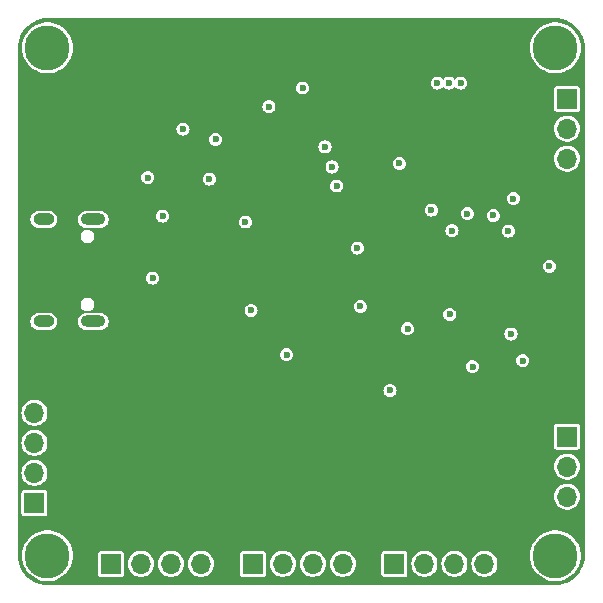
<source format=gbr>
%TF.GenerationSoftware,KiCad,Pcbnew,8.0.9-8.0.9-0~ubuntu22.04.1*%
%TF.CreationDate,2025-11-15T02:19:11+01:00*%
%TF.ProjectId,GLITCHING_FMAW,474c4954-4348-4494-9e47-5f464d41572e,rev?*%
%TF.SameCoordinates,Original*%
%TF.FileFunction,Copper,L2,Inr*%
%TF.FilePolarity,Positive*%
%FSLAX46Y46*%
G04 Gerber Fmt 4.6, Leading zero omitted, Abs format (unit mm)*
G04 Created by KiCad (PCBNEW 8.0.9-8.0.9-0~ubuntu22.04.1) date 2025-11-15 02:19:11*
%MOMM*%
%LPD*%
G01*
G04 APERTURE LIST*
%TA.AperFunction,ComponentPad*%
%ADD10R,1.700000X1.700000*%
%TD*%
%TA.AperFunction,ComponentPad*%
%ADD11O,1.700000X1.700000*%
%TD*%
%TA.AperFunction,ComponentPad*%
%ADD12C,3.800000*%
%TD*%
%TA.AperFunction,ComponentPad*%
%ADD13O,2.100000X1.000000*%
%TD*%
%TA.AperFunction,ComponentPad*%
%ADD14O,1.800000X1.000000*%
%TD*%
%TA.AperFunction,ViaPad*%
%ADD15C,0.600000*%
%TD*%
G04 APERTURE END LIST*
D10*
%TO.N,+3.3VA*%
%TO.C,J3*%
X77000000Y-59920000D03*
D11*
%TO.N,Net-(J3-Pin_2)*%
X77000000Y-62460000D03*
%TO.N,GND*%
X77000000Y-65000000D03*
%TD*%
D10*
%TO.N,Net-(J5-Pin_1)*%
%TO.C,J5*%
X50380000Y-70700000D03*
D11*
%TO.N,Net-(J5-Pin_2)*%
X52920000Y-70700000D03*
%TO.N,Net-(J5-Pin_3)*%
X55459999Y-70700000D03*
%TO.N,Net-(J5-Pin_4)*%
X58000000Y-70700000D03*
%TD*%
D10*
%TO.N,GND*%
%TO.C,J2*%
X77000000Y-31320001D03*
D11*
%TO.N,Net-(J2-Pin_2)*%
X77000000Y-33860001D03*
%TO.N,GND*%
X77000000Y-36400000D03*
%TD*%
D10*
%TO.N,Net-(J6-Pin_1)*%
%TO.C,J6*%
X62380000Y-70700000D03*
D11*
%TO.N,Net-(J6-Pin_2)*%
X64920000Y-70700000D03*
%TO.N,Net-(J6-Pin_3)*%
X67459999Y-70700000D03*
%TO.N,Net-(J6-Pin_4)*%
X70000000Y-70700000D03*
%TD*%
D12*
%TO.N,N/C*%
%TO.C,H1*%
X33000000Y-27000000D03*
%TD*%
%TO.N,N/C*%
%TO.C,H2*%
X33000000Y-70000000D03*
%TD*%
D10*
%TO.N,Net-(J4-Pin_1)*%
%TO.C,J4*%
X38380000Y-70700000D03*
D11*
%TO.N,Net-(J4-Pin_2)*%
X40920000Y-70700000D03*
%TO.N,Net-(J4-Pin_3)*%
X43459999Y-70700000D03*
%TO.N,Net-(J4-Pin_4)*%
X46000000Y-70700000D03*
%TD*%
D13*
%TO.N,GND*%
%TO.C,J1*%
X36880000Y-41540000D03*
D14*
X32700000Y-41540000D03*
D13*
X36880000Y-50180000D03*
D14*
X32700000Y-50180000D03*
%TD*%
D12*
%TO.N,N/C*%
%TO.C,H4*%
X76000000Y-27000000D03*
%TD*%
D10*
%TO.N,GND*%
%TO.C,J7*%
X31900000Y-65540000D03*
D11*
X31900000Y-63000000D03*
X31900000Y-60460001D03*
X31900000Y-57920000D03*
%TD*%
D12*
%TO.N,N/C*%
%TO.C,H3*%
X76000000Y-70000000D03*
%TD*%
D15*
%TO.N,+3.3VA*%
X72014999Y-42530000D03*
%TO.N,GND*%
X67250000Y-42500000D03*
X72250000Y-51250000D03*
X49750000Y-41750000D03*
X57100000Y-37100000D03*
X70750000Y-41200000D03*
X62800000Y-36800000D03*
X65500000Y-40750000D03*
X56500000Y-35400000D03*
X75500000Y-45500000D03*
X54600000Y-30400000D03*
X62000000Y-56000000D03*
X67070000Y-49580000D03*
X69000000Y-54000000D03*
X42750000Y-41250000D03*
X50250000Y-49250000D03*
X47250000Y-34750000D03*
X57500000Y-38700000D03*
X63500000Y-50800000D03*
X73250000Y-53500000D03*
X46716003Y-38122809D03*
X53250000Y-53000000D03*
%TO.N,VBUS*%
X44475000Y-33895002D03*
X41500000Y-38000000D03*
X41900000Y-46500000D03*
X51750000Y-32000000D03*
%TO.N,+3.3V*%
X41750000Y-28250000D03*
X39255469Y-30742294D03*
X39250000Y-29750000D03*
X36750000Y-28250000D03*
X62206250Y-42006250D03*
X61000000Y-47500000D03*
X53875000Y-42525000D03*
X60424403Y-49059399D03*
X63300000Y-43600000D03*
X35500000Y-28250000D03*
X58630602Y-48993034D03*
X52875000Y-47460000D03*
X68700000Y-51675000D03*
X40337500Y-51587500D03*
X58725000Y-41475000D03*
X39250000Y-32750000D03*
X39250000Y-31750000D03*
%TO.N,+3.3VA*%
X66000000Y-30000000D03*
X68000000Y-30000000D03*
X67000000Y-30000000D03*
X68550000Y-41050000D03*
%TO.N,+1V1*%
X59500000Y-48900000D03*
X59228225Y-43960000D03*
%TO.N,+3.3VA*%
X72450000Y-39775000D03*
%TD*%
%TA.AperFunction,Conductor*%
%TO.N,+3.3V*%
G36*
X76001470Y-24500589D02*
G01*
X76062476Y-24504279D01*
X76298332Y-24518545D01*
X76304199Y-24519258D01*
X76595259Y-24572597D01*
X76600990Y-24574009D01*
X76883505Y-24662045D01*
X76889035Y-24664142D01*
X77158878Y-24785589D01*
X77164105Y-24788331D01*
X77369074Y-24912240D01*
X77417342Y-24941419D01*
X77422211Y-24944780D01*
X77655142Y-25127269D01*
X77659571Y-25131193D01*
X77868806Y-25340428D01*
X77872730Y-25344857D01*
X78055219Y-25577788D01*
X78058580Y-25582657D01*
X78211664Y-25835888D01*
X78214414Y-25841128D01*
X78335856Y-26110962D01*
X78337954Y-26116494D01*
X78425987Y-26399000D01*
X78427403Y-26404746D01*
X78480740Y-26695798D01*
X78481454Y-26701671D01*
X78499411Y-26998528D01*
X78499500Y-27001487D01*
X78499500Y-69998512D01*
X78499411Y-70001471D01*
X78481454Y-70298328D01*
X78480740Y-70304201D01*
X78427403Y-70595253D01*
X78425987Y-70600999D01*
X78337954Y-70883505D01*
X78335856Y-70889037D01*
X78214414Y-71158871D01*
X78211664Y-71164111D01*
X78058580Y-71417342D01*
X78055219Y-71422211D01*
X77872730Y-71655142D01*
X77868806Y-71659571D01*
X77659571Y-71868806D01*
X77655142Y-71872730D01*
X77422211Y-72055219D01*
X77417342Y-72058580D01*
X77164111Y-72211664D01*
X77158871Y-72214414D01*
X76889037Y-72335856D01*
X76883505Y-72337954D01*
X76600999Y-72425987D01*
X76595253Y-72427403D01*
X76304201Y-72480740D01*
X76298328Y-72481454D01*
X76001471Y-72499411D01*
X75998512Y-72499500D01*
X33001488Y-72499500D01*
X32998529Y-72499411D01*
X32701671Y-72481454D01*
X32695798Y-72480740D01*
X32404746Y-72427403D01*
X32399000Y-72425987D01*
X32116494Y-72337954D01*
X32110962Y-72335856D01*
X31841128Y-72214414D01*
X31835888Y-72211664D01*
X31582657Y-72058580D01*
X31577788Y-72055219D01*
X31344857Y-71872730D01*
X31340428Y-71868806D01*
X31131193Y-71659571D01*
X31127269Y-71655142D01*
X31064744Y-71575335D01*
X30944780Y-71422211D01*
X30941419Y-71417342D01*
X30859494Y-71281822D01*
X30788331Y-71164105D01*
X30785589Y-71158878D01*
X30664142Y-70889035D01*
X30662045Y-70883505D01*
X30654338Y-70858771D01*
X30574009Y-70600990D01*
X30572596Y-70595253D01*
X30570084Y-70581546D01*
X30519258Y-70304199D01*
X30518545Y-70298327D01*
X30500589Y-70001470D01*
X30500545Y-70000000D01*
X30844475Y-70000000D01*
X30864551Y-70293512D01*
X30924405Y-70581546D01*
X30930313Y-70598170D01*
X31022928Y-70858764D01*
X31147538Y-71099248D01*
X31158276Y-71119972D01*
X31158280Y-71119980D01*
X31201145Y-71180705D01*
X31327935Y-71360326D01*
X31528740Y-71575335D01*
X31756951Y-71760999D01*
X32008318Y-71913859D01*
X32278159Y-72031067D01*
X32561445Y-72110440D01*
X32812841Y-72144993D01*
X32852901Y-72150500D01*
X32852902Y-72150500D01*
X33147099Y-72150500D01*
X33182318Y-72145659D01*
X33438555Y-72110440D01*
X33721841Y-72031067D01*
X33991682Y-71913859D01*
X34243049Y-71760999D01*
X34471260Y-71575335D01*
X34672065Y-71360326D01*
X34841722Y-71119976D01*
X34977072Y-70858764D01*
X35075592Y-70581554D01*
X35093181Y-70496914D01*
X35135448Y-70293512D01*
X35136733Y-70274720D01*
X35155525Y-70000000D01*
X35143577Y-69825322D01*
X37279500Y-69825322D01*
X37279500Y-71574677D01*
X37294033Y-71647739D01*
X37349398Y-71730601D01*
X37397924Y-71763024D01*
X37432260Y-71785966D01*
X37505326Y-71800500D01*
X39254674Y-71800500D01*
X39327740Y-71785966D01*
X39410601Y-71730601D01*
X39465966Y-71647740D01*
X39480500Y-71574674D01*
X39480500Y-70700000D01*
X39814785Y-70700000D01*
X39833602Y-70903079D01*
X39833603Y-70903085D01*
X39889417Y-71099248D01*
X39889420Y-71099255D01*
X39980325Y-71281818D01*
X39980328Y-71281822D01*
X40103233Y-71444576D01*
X40103236Y-71444579D01*
X40253954Y-71581977D01*
X40253955Y-71581978D01*
X40253959Y-71581981D01*
X40427363Y-71689348D01*
X40617544Y-71763024D01*
X40818024Y-71800500D01*
X40818026Y-71800500D01*
X41021974Y-71800500D01*
X41021976Y-71800500D01*
X41222456Y-71763024D01*
X41412637Y-71689348D01*
X41586041Y-71581981D01*
X41736764Y-71444579D01*
X41859673Y-71281821D01*
X41950582Y-71099250D01*
X42006397Y-70903083D01*
X42025215Y-70700000D01*
X42354784Y-70700000D01*
X42373601Y-70903079D01*
X42373602Y-70903085D01*
X42429416Y-71099248D01*
X42429419Y-71099255D01*
X42520324Y-71281818D01*
X42520327Y-71281822D01*
X42643232Y-71444576D01*
X42643235Y-71444579D01*
X42793953Y-71581977D01*
X42793954Y-71581978D01*
X42793958Y-71581981D01*
X42967362Y-71689348D01*
X43157543Y-71763024D01*
X43358023Y-71800500D01*
X43358025Y-71800500D01*
X43561973Y-71800500D01*
X43561975Y-71800500D01*
X43762455Y-71763024D01*
X43952636Y-71689348D01*
X44126040Y-71581981D01*
X44276763Y-71444579D01*
X44399672Y-71281821D01*
X44490581Y-71099250D01*
X44546396Y-70903083D01*
X44565214Y-70700000D01*
X44894785Y-70700000D01*
X44913602Y-70903079D01*
X44913603Y-70903085D01*
X44969417Y-71099248D01*
X44969420Y-71099255D01*
X45060325Y-71281818D01*
X45060328Y-71281822D01*
X45183233Y-71444576D01*
X45183236Y-71444579D01*
X45333954Y-71581977D01*
X45333955Y-71581978D01*
X45333959Y-71581981D01*
X45507363Y-71689348D01*
X45697544Y-71763024D01*
X45898024Y-71800500D01*
X45898026Y-71800500D01*
X46101974Y-71800500D01*
X46101976Y-71800500D01*
X46302456Y-71763024D01*
X46492637Y-71689348D01*
X46666041Y-71581981D01*
X46816764Y-71444579D01*
X46939673Y-71281821D01*
X47030582Y-71099250D01*
X47086397Y-70903083D01*
X47105215Y-70700000D01*
X47086397Y-70496917D01*
X47030582Y-70300750D01*
X46939673Y-70118179D01*
X46878218Y-70036800D01*
X46816766Y-69955423D01*
X46816763Y-69955420D01*
X46674053Y-69825322D01*
X49279500Y-69825322D01*
X49279500Y-71574677D01*
X49294033Y-71647739D01*
X49349398Y-71730601D01*
X49397924Y-71763024D01*
X49432260Y-71785966D01*
X49505326Y-71800500D01*
X51254674Y-71800500D01*
X51327740Y-71785966D01*
X51410601Y-71730601D01*
X51465966Y-71647740D01*
X51480500Y-71574674D01*
X51480500Y-70700000D01*
X51814785Y-70700000D01*
X51833602Y-70903079D01*
X51833603Y-70903085D01*
X51889417Y-71099248D01*
X51889420Y-71099255D01*
X51980325Y-71281818D01*
X51980328Y-71281822D01*
X52103233Y-71444576D01*
X52103236Y-71444579D01*
X52253954Y-71581977D01*
X52253955Y-71581978D01*
X52253959Y-71581981D01*
X52427363Y-71689348D01*
X52617544Y-71763024D01*
X52818024Y-71800500D01*
X52818026Y-71800500D01*
X53021974Y-71800500D01*
X53021976Y-71800500D01*
X53222456Y-71763024D01*
X53412637Y-71689348D01*
X53586041Y-71581981D01*
X53736764Y-71444579D01*
X53859673Y-71281821D01*
X53950582Y-71099250D01*
X54006397Y-70903083D01*
X54025215Y-70700000D01*
X54354784Y-70700000D01*
X54373601Y-70903079D01*
X54373602Y-70903085D01*
X54429416Y-71099248D01*
X54429419Y-71099255D01*
X54520324Y-71281818D01*
X54520327Y-71281822D01*
X54643232Y-71444576D01*
X54643235Y-71444579D01*
X54793953Y-71581977D01*
X54793954Y-71581978D01*
X54793958Y-71581981D01*
X54967362Y-71689348D01*
X55157543Y-71763024D01*
X55358023Y-71800500D01*
X55358025Y-71800500D01*
X55561973Y-71800500D01*
X55561975Y-71800500D01*
X55762455Y-71763024D01*
X55952636Y-71689348D01*
X56126040Y-71581981D01*
X56276763Y-71444579D01*
X56399672Y-71281821D01*
X56490581Y-71099250D01*
X56546396Y-70903083D01*
X56565214Y-70700000D01*
X56894785Y-70700000D01*
X56913602Y-70903079D01*
X56913603Y-70903085D01*
X56969417Y-71099248D01*
X56969420Y-71099255D01*
X57060325Y-71281818D01*
X57060328Y-71281822D01*
X57183233Y-71444576D01*
X57183236Y-71444579D01*
X57333954Y-71581977D01*
X57333955Y-71581978D01*
X57333959Y-71581981D01*
X57507363Y-71689348D01*
X57697544Y-71763024D01*
X57898024Y-71800500D01*
X57898026Y-71800500D01*
X58101974Y-71800500D01*
X58101976Y-71800500D01*
X58302456Y-71763024D01*
X58492637Y-71689348D01*
X58666041Y-71581981D01*
X58816764Y-71444579D01*
X58939673Y-71281821D01*
X59030582Y-71099250D01*
X59086397Y-70903083D01*
X59105215Y-70700000D01*
X59086397Y-70496917D01*
X59030582Y-70300750D01*
X58939673Y-70118179D01*
X58878218Y-70036800D01*
X58816766Y-69955423D01*
X58816763Y-69955420D01*
X58674053Y-69825322D01*
X61279500Y-69825322D01*
X61279500Y-71574677D01*
X61294033Y-71647739D01*
X61349398Y-71730601D01*
X61397924Y-71763024D01*
X61432260Y-71785966D01*
X61505326Y-71800500D01*
X63254674Y-71800500D01*
X63327740Y-71785966D01*
X63410601Y-71730601D01*
X63465966Y-71647740D01*
X63480500Y-71574674D01*
X63480500Y-70700000D01*
X63814785Y-70700000D01*
X63833602Y-70903079D01*
X63833603Y-70903085D01*
X63889417Y-71099248D01*
X63889420Y-71099255D01*
X63980325Y-71281818D01*
X63980328Y-71281822D01*
X64103233Y-71444576D01*
X64103236Y-71444579D01*
X64253954Y-71581977D01*
X64253955Y-71581978D01*
X64253959Y-71581981D01*
X64427363Y-71689348D01*
X64617544Y-71763024D01*
X64818024Y-71800500D01*
X64818026Y-71800500D01*
X65021974Y-71800500D01*
X65021976Y-71800500D01*
X65222456Y-71763024D01*
X65412637Y-71689348D01*
X65586041Y-71581981D01*
X65736764Y-71444579D01*
X65859673Y-71281821D01*
X65950582Y-71099250D01*
X66006397Y-70903083D01*
X66025215Y-70700000D01*
X66354784Y-70700000D01*
X66373601Y-70903079D01*
X66373602Y-70903085D01*
X66429416Y-71099248D01*
X66429419Y-71099255D01*
X66520324Y-71281818D01*
X66520327Y-71281822D01*
X66643232Y-71444576D01*
X66643235Y-71444579D01*
X66793953Y-71581977D01*
X66793954Y-71581978D01*
X66793958Y-71581981D01*
X66967362Y-71689348D01*
X67157543Y-71763024D01*
X67358023Y-71800500D01*
X67358025Y-71800500D01*
X67561973Y-71800500D01*
X67561975Y-71800500D01*
X67762455Y-71763024D01*
X67952636Y-71689348D01*
X68126040Y-71581981D01*
X68276763Y-71444579D01*
X68399672Y-71281821D01*
X68490581Y-71099250D01*
X68546396Y-70903083D01*
X68565214Y-70700000D01*
X68894785Y-70700000D01*
X68913602Y-70903079D01*
X68913603Y-70903085D01*
X68969417Y-71099248D01*
X68969420Y-71099255D01*
X69060325Y-71281818D01*
X69060328Y-71281822D01*
X69183233Y-71444576D01*
X69183236Y-71444579D01*
X69333954Y-71581977D01*
X69333955Y-71581978D01*
X69333959Y-71581981D01*
X69507363Y-71689348D01*
X69697544Y-71763024D01*
X69898024Y-71800500D01*
X69898026Y-71800500D01*
X70101974Y-71800500D01*
X70101976Y-71800500D01*
X70302456Y-71763024D01*
X70492637Y-71689348D01*
X70666041Y-71581981D01*
X70816764Y-71444579D01*
X70939673Y-71281821D01*
X71030582Y-71099250D01*
X71086397Y-70903083D01*
X71105215Y-70700000D01*
X71086397Y-70496917D01*
X71030582Y-70300750D01*
X70939673Y-70118179D01*
X70878218Y-70036800D01*
X70850428Y-70000000D01*
X73844475Y-70000000D01*
X73864551Y-70293512D01*
X73924405Y-70581546D01*
X73930313Y-70598170D01*
X74022928Y-70858764D01*
X74147538Y-71099248D01*
X74158276Y-71119972D01*
X74158280Y-71119980D01*
X74201145Y-71180705D01*
X74327935Y-71360326D01*
X74528740Y-71575335D01*
X74756951Y-71760999D01*
X75008318Y-71913859D01*
X75278159Y-72031067D01*
X75561445Y-72110440D01*
X75812841Y-72144993D01*
X75852901Y-72150500D01*
X75852902Y-72150500D01*
X76147099Y-72150500D01*
X76182318Y-72145659D01*
X76438555Y-72110440D01*
X76721841Y-72031067D01*
X76991682Y-71913859D01*
X77243049Y-71760999D01*
X77471260Y-71575335D01*
X77672065Y-71360326D01*
X77841722Y-71119976D01*
X77977072Y-70858764D01*
X78075592Y-70581554D01*
X78093181Y-70496914D01*
X78135448Y-70293512D01*
X78136733Y-70274720D01*
X78155525Y-70000000D01*
X78135448Y-69706489D01*
X78127741Y-69669399D01*
X78075594Y-69418453D01*
X78075592Y-69418446D01*
X77977072Y-69141236D01*
X77841722Y-68880024D01*
X77841720Y-68880021D01*
X77841719Y-68880019D01*
X77787189Y-68802768D01*
X77672065Y-68639674D01*
X77471260Y-68424665D01*
X77243049Y-68239001D01*
X76991682Y-68086141D01*
X76991678Y-68086139D01*
X76991676Y-68086138D01*
X76721842Y-67968933D01*
X76438560Y-67889561D01*
X76438555Y-67889560D01*
X76147099Y-67849500D01*
X76147098Y-67849500D01*
X75852902Y-67849500D01*
X75852901Y-67849500D01*
X75561444Y-67889560D01*
X75561439Y-67889561D01*
X75278157Y-67968933D01*
X75008323Y-68086138D01*
X74756949Y-68239002D01*
X74528748Y-68424658D01*
X74528737Y-68424668D01*
X74327939Y-68639669D01*
X74327933Y-68639677D01*
X74158280Y-68880019D01*
X74158276Y-68880027D01*
X74022932Y-69141228D01*
X74022928Y-69141237D01*
X73924405Y-69418453D01*
X73864551Y-69706487D01*
X73844475Y-70000000D01*
X70850428Y-70000000D01*
X70816766Y-69955423D01*
X70816763Y-69955420D01*
X70666045Y-69818022D01*
X70666042Y-69818020D01*
X70666041Y-69818019D01*
X70492637Y-69710652D01*
X70492634Y-69710651D01*
X70492633Y-69710650D01*
X70302462Y-69636978D01*
X70302460Y-69636977D01*
X70302456Y-69636976D01*
X70101976Y-69599500D01*
X69898024Y-69599500D01*
X69697544Y-69636976D01*
X69697540Y-69636977D01*
X69697537Y-69636978D01*
X69507366Y-69710650D01*
X69333954Y-69818022D01*
X69183236Y-69955420D01*
X69183233Y-69955423D01*
X69060328Y-70118177D01*
X69060325Y-70118181D01*
X68969420Y-70300744D01*
X68969417Y-70300751D01*
X68913603Y-70496914D01*
X68913602Y-70496920D01*
X68894785Y-70700000D01*
X68565214Y-70700000D01*
X68546396Y-70496917D01*
X68490581Y-70300750D01*
X68399672Y-70118179D01*
X68338217Y-70036800D01*
X68276765Y-69955423D01*
X68276762Y-69955420D01*
X68126044Y-69818022D01*
X68126041Y-69818020D01*
X68126040Y-69818019D01*
X67952636Y-69710652D01*
X67952633Y-69710651D01*
X67952632Y-69710650D01*
X67762461Y-69636978D01*
X67762459Y-69636977D01*
X67762455Y-69636976D01*
X67561975Y-69599500D01*
X67358023Y-69599500D01*
X67157543Y-69636976D01*
X67157539Y-69636977D01*
X67157536Y-69636978D01*
X66967365Y-69710650D01*
X66793953Y-69818022D01*
X66643235Y-69955420D01*
X66643232Y-69955423D01*
X66520327Y-70118177D01*
X66520324Y-70118181D01*
X66429419Y-70300744D01*
X66429416Y-70300751D01*
X66373602Y-70496914D01*
X66373601Y-70496920D01*
X66354784Y-70700000D01*
X66025215Y-70700000D01*
X66006397Y-70496917D01*
X65950582Y-70300750D01*
X65859673Y-70118179D01*
X65798218Y-70036800D01*
X65736766Y-69955423D01*
X65736763Y-69955420D01*
X65586045Y-69818022D01*
X65586042Y-69818020D01*
X65586041Y-69818019D01*
X65412637Y-69710652D01*
X65412634Y-69710651D01*
X65412633Y-69710650D01*
X65222462Y-69636978D01*
X65222460Y-69636977D01*
X65222456Y-69636976D01*
X65021976Y-69599500D01*
X64818024Y-69599500D01*
X64617544Y-69636976D01*
X64617540Y-69636977D01*
X64617537Y-69636978D01*
X64427366Y-69710650D01*
X64253954Y-69818022D01*
X64103236Y-69955420D01*
X64103233Y-69955423D01*
X63980328Y-70118177D01*
X63980325Y-70118181D01*
X63889420Y-70300744D01*
X63889417Y-70300751D01*
X63833603Y-70496914D01*
X63833602Y-70496920D01*
X63814785Y-70700000D01*
X63480500Y-70700000D01*
X63480500Y-69825326D01*
X63465966Y-69752260D01*
X63438164Y-69710650D01*
X63410601Y-69669398D01*
X63327739Y-69614033D01*
X63254677Y-69599500D01*
X63254674Y-69599500D01*
X61505326Y-69599500D01*
X61505322Y-69599500D01*
X61432260Y-69614033D01*
X61349398Y-69669398D01*
X61294033Y-69752260D01*
X61279500Y-69825322D01*
X58674053Y-69825322D01*
X58666045Y-69818022D01*
X58666042Y-69818020D01*
X58666041Y-69818019D01*
X58492637Y-69710652D01*
X58492634Y-69710651D01*
X58492633Y-69710650D01*
X58302462Y-69636978D01*
X58302460Y-69636977D01*
X58302456Y-69636976D01*
X58101976Y-69599500D01*
X57898024Y-69599500D01*
X57697544Y-69636976D01*
X57697540Y-69636977D01*
X57697537Y-69636978D01*
X57507366Y-69710650D01*
X57333954Y-69818022D01*
X57183236Y-69955420D01*
X57183233Y-69955423D01*
X57060328Y-70118177D01*
X57060325Y-70118181D01*
X56969420Y-70300744D01*
X56969417Y-70300751D01*
X56913603Y-70496914D01*
X56913602Y-70496920D01*
X56894785Y-70700000D01*
X56565214Y-70700000D01*
X56546396Y-70496917D01*
X56490581Y-70300750D01*
X56399672Y-70118179D01*
X56338217Y-70036800D01*
X56276765Y-69955423D01*
X56276762Y-69955420D01*
X56126044Y-69818022D01*
X56126041Y-69818020D01*
X56126040Y-69818019D01*
X55952636Y-69710652D01*
X55952633Y-69710651D01*
X55952632Y-69710650D01*
X55762461Y-69636978D01*
X55762459Y-69636977D01*
X55762455Y-69636976D01*
X55561975Y-69599500D01*
X55358023Y-69599500D01*
X55157543Y-69636976D01*
X55157539Y-69636977D01*
X55157536Y-69636978D01*
X54967365Y-69710650D01*
X54793953Y-69818022D01*
X54643235Y-69955420D01*
X54643232Y-69955423D01*
X54520327Y-70118177D01*
X54520324Y-70118181D01*
X54429419Y-70300744D01*
X54429416Y-70300751D01*
X54373602Y-70496914D01*
X54373601Y-70496920D01*
X54354784Y-70700000D01*
X54025215Y-70700000D01*
X54006397Y-70496917D01*
X53950582Y-70300750D01*
X53859673Y-70118179D01*
X53798218Y-70036800D01*
X53736766Y-69955423D01*
X53736763Y-69955420D01*
X53586045Y-69818022D01*
X53586042Y-69818020D01*
X53586041Y-69818019D01*
X53412637Y-69710652D01*
X53412634Y-69710651D01*
X53412633Y-69710650D01*
X53222462Y-69636978D01*
X53222460Y-69636977D01*
X53222456Y-69636976D01*
X53021976Y-69599500D01*
X52818024Y-69599500D01*
X52617544Y-69636976D01*
X52617540Y-69636977D01*
X52617537Y-69636978D01*
X52427366Y-69710650D01*
X52253954Y-69818022D01*
X52103236Y-69955420D01*
X52103233Y-69955423D01*
X51980328Y-70118177D01*
X51980325Y-70118181D01*
X51889420Y-70300744D01*
X51889417Y-70300751D01*
X51833603Y-70496914D01*
X51833602Y-70496920D01*
X51814785Y-70700000D01*
X51480500Y-70700000D01*
X51480500Y-69825326D01*
X51465966Y-69752260D01*
X51438164Y-69710650D01*
X51410601Y-69669398D01*
X51327739Y-69614033D01*
X51254677Y-69599500D01*
X51254674Y-69599500D01*
X49505326Y-69599500D01*
X49505322Y-69599500D01*
X49432260Y-69614033D01*
X49349398Y-69669398D01*
X49294033Y-69752260D01*
X49279500Y-69825322D01*
X46674053Y-69825322D01*
X46666045Y-69818022D01*
X46666042Y-69818020D01*
X46666041Y-69818019D01*
X46492637Y-69710652D01*
X46492634Y-69710651D01*
X46492633Y-69710650D01*
X46302462Y-69636978D01*
X46302460Y-69636977D01*
X46302456Y-69636976D01*
X46101976Y-69599500D01*
X45898024Y-69599500D01*
X45697544Y-69636976D01*
X45697540Y-69636977D01*
X45697537Y-69636978D01*
X45507366Y-69710650D01*
X45333954Y-69818022D01*
X45183236Y-69955420D01*
X45183233Y-69955423D01*
X45060328Y-70118177D01*
X45060325Y-70118181D01*
X44969420Y-70300744D01*
X44969417Y-70300751D01*
X44913603Y-70496914D01*
X44913602Y-70496920D01*
X44894785Y-70700000D01*
X44565214Y-70700000D01*
X44546396Y-70496917D01*
X44490581Y-70300750D01*
X44399672Y-70118179D01*
X44338217Y-70036800D01*
X44276765Y-69955423D01*
X44276762Y-69955420D01*
X44126044Y-69818022D01*
X44126041Y-69818020D01*
X44126040Y-69818019D01*
X43952636Y-69710652D01*
X43952633Y-69710651D01*
X43952632Y-69710650D01*
X43762461Y-69636978D01*
X43762459Y-69636977D01*
X43762455Y-69636976D01*
X43561975Y-69599500D01*
X43358023Y-69599500D01*
X43157543Y-69636976D01*
X43157539Y-69636977D01*
X43157536Y-69636978D01*
X42967365Y-69710650D01*
X42793953Y-69818022D01*
X42643235Y-69955420D01*
X42643232Y-69955423D01*
X42520327Y-70118177D01*
X42520324Y-70118181D01*
X42429419Y-70300744D01*
X42429416Y-70300751D01*
X42373602Y-70496914D01*
X42373601Y-70496920D01*
X42354784Y-70700000D01*
X42025215Y-70700000D01*
X42006397Y-70496917D01*
X41950582Y-70300750D01*
X41859673Y-70118179D01*
X41798218Y-70036800D01*
X41736766Y-69955423D01*
X41736763Y-69955420D01*
X41586045Y-69818022D01*
X41586042Y-69818020D01*
X41586041Y-69818019D01*
X41412637Y-69710652D01*
X41412634Y-69710651D01*
X41412633Y-69710650D01*
X41222462Y-69636978D01*
X41222460Y-69636977D01*
X41222456Y-69636976D01*
X41021976Y-69599500D01*
X40818024Y-69599500D01*
X40617544Y-69636976D01*
X40617540Y-69636977D01*
X40617537Y-69636978D01*
X40427366Y-69710650D01*
X40253954Y-69818022D01*
X40103236Y-69955420D01*
X40103233Y-69955423D01*
X39980328Y-70118177D01*
X39980325Y-70118181D01*
X39889420Y-70300744D01*
X39889417Y-70300751D01*
X39833603Y-70496914D01*
X39833602Y-70496920D01*
X39814785Y-70700000D01*
X39480500Y-70700000D01*
X39480500Y-69825326D01*
X39465966Y-69752260D01*
X39438164Y-69710650D01*
X39410601Y-69669398D01*
X39327739Y-69614033D01*
X39254677Y-69599500D01*
X39254674Y-69599500D01*
X37505326Y-69599500D01*
X37505322Y-69599500D01*
X37432260Y-69614033D01*
X37349398Y-69669398D01*
X37294033Y-69752260D01*
X37279500Y-69825322D01*
X35143577Y-69825322D01*
X35135448Y-69706489D01*
X35127741Y-69669399D01*
X35075594Y-69418453D01*
X35075592Y-69418446D01*
X34977072Y-69141236D01*
X34841722Y-68880024D01*
X34841720Y-68880021D01*
X34841719Y-68880019D01*
X34787189Y-68802768D01*
X34672065Y-68639674D01*
X34471260Y-68424665D01*
X34243049Y-68239001D01*
X33991682Y-68086141D01*
X33991678Y-68086139D01*
X33991676Y-68086138D01*
X33721842Y-67968933D01*
X33438560Y-67889561D01*
X33438555Y-67889560D01*
X33147099Y-67849500D01*
X33147098Y-67849500D01*
X32852902Y-67849500D01*
X32852901Y-67849500D01*
X32561444Y-67889560D01*
X32561439Y-67889561D01*
X32278157Y-67968933D01*
X32008323Y-68086138D01*
X31756949Y-68239002D01*
X31528748Y-68424658D01*
X31528737Y-68424668D01*
X31327939Y-68639669D01*
X31327933Y-68639677D01*
X31158280Y-68880019D01*
X31158276Y-68880027D01*
X31022932Y-69141228D01*
X31022928Y-69141237D01*
X30924405Y-69418453D01*
X30864551Y-69706487D01*
X30844475Y-70000000D01*
X30500545Y-70000000D01*
X30500500Y-69998512D01*
X30500500Y-64665322D01*
X30799500Y-64665322D01*
X30799500Y-66414677D01*
X30814033Y-66487739D01*
X30869398Y-66570601D01*
X30952260Y-66625966D01*
X31025326Y-66640500D01*
X32774674Y-66640500D01*
X32847740Y-66625966D01*
X32930601Y-66570601D01*
X32985966Y-66487740D01*
X33000500Y-66414674D01*
X33000500Y-65000000D01*
X75894785Y-65000000D01*
X75913602Y-65203079D01*
X75913603Y-65203085D01*
X75969417Y-65399248D01*
X75969420Y-65399255D01*
X76060325Y-65581818D01*
X76060328Y-65581822D01*
X76183233Y-65744576D01*
X76183236Y-65744579D01*
X76333954Y-65881977D01*
X76333955Y-65881978D01*
X76333959Y-65881981D01*
X76507363Y-65989348D01*
X76697544Y-66063024D01*
X76898024Y-66100500D01*
X76898026Y-66100500D01*
X77101974Y-66100500D01*
X77101976Y-66100500D01*
X77302456Y-66063024D01*
X77492637Y-65989348D01*
X77666041Y-65881981D01*
X77816764Y-65744579D01*
X77939673Y-65581821D01*
X78030582Y-65399250D01*
X78086397Y-65203083D01*
X78105215Y-65000000D01*
X78086397Y-64796917D01*
X78030582Y-64600750D01*
X77939673Y-64418179D01*
X77816764Y-64255421D01*
X77816763Y-64255420D01*
X77666045Y-64118022D01*
X77666042Y-64118020D01*
X77666041Y-64118019D01*
X77492637Y-64010652D01*
X77492634Y-64010651D01*
X77492633Y-64010650D01*
X77302462Y-63936978D01*
X77302460Y-63936977D01*
X77302456Y-63936976D01*
X77101976Y-63899500D01*
X76898024Y-63899500D01*
X76697544Y-63936976D01*
X76697540Y-63936977D01*
X76697537Y-63936978D01*
X76507366Y-64010650D01*
X76333954Y-64118022D01*
X76183236Y-64255420D01*
X76183233Y-64255423D01*
X76060328Y-64418177D01*
X76060325Y-64418181D01*
X75969420Y-64600744D01*
X75969417Y-64600751D01*
X75913603Y-64796914D01*
X75913602Y-64796920D01*
X75894785Y-65000000D01*
X33000500Y-65000000D01*
X33000500Y-64665326D01*
X32985966Y-64592260D01*
X32930601Y-64509398D01*
X32847739Y-64454033D01*
X32774677Y-64439500D01*
X32774674Y-64439500D01*
X31025326Y-64439500D01*
X31025322Y-64439500D01*
X30952260Y-64454033D01*
X30869398Y-64509398D01*
X30814033Y-64592260D01*
X30799500Y-64665322D01*
X30500500Y-64665322D01*
X30500500Y-63000000D01*
X30794785Y-63000000D01*
X30813602Y-63203079D01*
X30813603Y-63203085D01*
X30869417Y-63399248D01*
X30869420Y-63399255D01*
X30960325Y-63581818D01*
X30960328Y-63581822D01*
X31083233Y-63744576D01*
X31083236Y-63744579D01*
X31233954Y-63881977D01*
X31233955Y-63881978D01*
X31233959Y-63881981D01*
X31407363Y-63989348D01*
X31597544Y-64063024D01*
X31798024Y-64100500D01*
X31798026Y-64100500D01*
X32001974Y-64100500D01*
X32001976Y-64100500D01*
X32202456Y-64063024D01*
X32392637Y-63989348D01*
X32566041Y-63881981D01*
X32716764Y-63744579D01*
X32839673Y-63581821D01*
X32930582Y-63399250D01*
X32986397Y-63203083D01*
X33005215Y-63000000D01*
X32986397Y-62796917D01*
X32930582Y-62600750D01*
X32860497Y-62460000D01*
X75894785Y-62460000D01*
X75913602Y-62663079D01*
X75913603Y-62663085D01*
X75969417Y-62859248D01*
X75969420Y-62859255D01*
X76060325Y-63041818D01*
X76060328Y-63041822D01*
X76183233Y-63204576D01*
X76183236Y-63204579D01*
X76333954Y-63341977D01*
X76333955Y-63341978D01*
X76333959Y-63341981D01*
X76507363Y-63449348D01*
X76697544Y-63523024D01*
X76898024Y-63560500D01*
X76898026Y-63560500D01*
X77101974Y-63560500D01*
X77101976Y-63560500D01*
X77302456Y-63523024D01*
X77492637Y-63449348D01*
X77666041Y-63341981D01*
X77816764Y-63204579D01*
X77939673Y-63041821D01*
X78030582Y-62859250D01*
X78086397Y-62663083D01*
X78105215Y-62460000D01*
X78086397Y-62256917D01*
X78030582Y-62060750D01*
X77939673Y-61878179D01*
X77816764Y-61715421D01*
X77816763Y-61715420D01*
X77666045Y-61578022D01*
X77666042Y-61578020D01*
X77666041Y-61578019D01*
X77492637Y-61470652D01*
X77492634Y-61470651D01*
X77492633Y-61470650D01*
X77302462Y-61396978D01*
X77302460Y-61396977D01*
X77302456Y-61396976D01*
X77101976Y-61359500D01*
X76898024Y-61359500D01*
X76697544Y-61396976D01*
X76697540Y-61396977D01*
X76697537Y-61396978D01*
X76507366Y-61470650D01*
X76333954Y-61578022D01*
X76183236Y-61715420D01*
X76183233Y-61715423D01*
X76060328Y-61878177D01*
X76060325Y-61878181D01*
X75969420Y-62060744D01*
X75969417Y-62060751D01*
X75913603Y-62256914D01*
X75913602Y-62256920D01*
X75894785Y-62460000D01*
X32860497Y-62460000D01*
X32839673Y-62418179D01*
X32717894Y-62256917D01*
X32716766Y-62255423D01*
X32716763Y-62255420D01*
X32566045Y-62118022D01*
X32566042Y-62118020D01*
X32566041Y-62118019D01*
X32392637Y-62010652D01*
X32392634Y-62010651D01*
X32392633Y-62010650D01*
X32202462Y-61936978D01*
X32202460Y-61936977D01*
X32202456Y-61936976D01*
X32001976Y-61899500D01*
X31798024Y-61899500D01*
X31597544Y-61936976D01*
X31597540Y-61936977D01*
X31597537Y-61936978D01*
X31407366Y-62010650D01*
X31233954Y-62118022D01*
X31083236Y-62255420D01*
X31083233Y-62255423D01*
X30960328Y-62418177D01*
X30960325Y-62418181D01*
X30869420Y-62600744D01*
X30869417Y-62600751D01*
X30813603Y-62796914D01*
X30813602Y-62796920D01*
X30794785Y-63000000D01*
X30500500Y-63000000D01*
X30500500Y-60460001D01*
X30794785Y-60460001D01*
X30813602Y-60663080D01*
X30813603Y-60663086D01*
X30869417Y-60859249D01*
X30869420Y-60859256D01*
X30960325Y-61041819D01*
X30960328Y-61041823D01*
X31083233Y-61204577D01*
X31083236Y-61204580D01*
X31233954Y-61341978D01*
X31233955Y-61341979D01*
X31233959Y-61341982D01*
X31407363Y-61449349D01*
X31597544Y-61523025D01*
X31798024Y-61560501D01*
X31798026Y-61560501D01*
X32001974Y-61560501D01*
X32001976Y-61560501D01*
X32202456Y-61523025D01*
X32392637Y-61449349D01*
X32566041Y-61341982D01*
X32716764Y-61204580D01*
X32839673Y-61041822D01*
X32930582Y-60859251D01*
X32986397Y-60663084D01*
X33005215Y-60460001D01*
X32986397Y-60256918D01*
X32930582Y-60060751D01*
X32839673Y-59878180D01*
X32716764Y-59715422D01*
X32716763Y-59715421D01*
X32566045Y-59578023D01*
X32566042Y-59578021D01*
X32566041Y-59578020D01*
X32392637Y-59470653D01*
X32392634Y-59470652D01*
X32392633Y-59470651D01*
X32202462Y-59396979D01*
X32202460Y-59396978D01*
X32202456Y-59396977D01*
X32001976Y-59359501D01*
X31798024Y-59359501D01*
X31597544Y-59396977D01*
X31597540Y-59396978D01*
X31597537Y-59396979D01*
X31407366Y-59470651D01*
X31233954Y-59578023D01*
X31083236Y-59715421D01*
X31083233Y-59715424D01*
X30960328Y-59878178D01*
X30960325Y-59878182D01*
X30869420Y-60060745D01*
X30869417Y-60060752D01*
X30813603Y-60256915D01*
X30813602Y-60256921D01*
X30794785Y-60460001D01*
X30500500Y-60460001D01*
X30500500Y-59045322D01*
X75899500Y-59045322D01*
X75899500Y-60794677D01*
X75914033Y-60867739D01*
X75969398Y-60950601D01*
X76052260Y-61005966D01*
X76125326Y-61020500D01*
X77874674Y-61020500D01*
X77947740Y-61005966D01*
X78030601Y-60950601D01*
X78085966Y-60867740D01*
X78100500Y-60794674D01*
X78100500Y-59045326D01*
X78085966Y-58972260D01*
X78043931Y-58909349D01*
X78030601Y-58889398D01*
X77947739Y-58834033D01*
X77874677Y-58819500D01*
X77874674Y-58819500D01*
X76125326Y-58819500D01*
X76125322Y-58819500D01*
X76052260Y-58834033D01*
X75969398Y-58889398D01*
X75914033Y-58972260D01*
X75899500Y-59045322D01*
X30500500Y-59045322D01*
X30500500Y-57920000D01*
X30794785Y-57920000D01*
X30813602Y-58123079D01*
X30813603Y-58123085D01*
X30869417Y-58319248D01*
X30869420Y-58319255D01*
X30960325Y-58501818D01*
X30960328Y-58501822D01*
X31083233Y-58664576D01*
X31083236Y-58664579D01*
X31233954Y-58801977D01*
X31233955Y-58801978D01*
X31233959Y-58801981D01*
X31407363Y-58909348D01*
X31597544Y-58983024D01*
X31798024Y-59020500D01*
X31798026Y-59020500D01*
X32001974Y-59020500D01*
X32001976Y-59020500D01*
X32202456Y-58983024D01*
X32392637Y-58909348D01*
X32566041Y-58801981D01*
X32716764Y-58664579D01*
X32839673Y-58501821D01*
X32930582Y-58319250D01*
X32986397Y-58123083D01*
X33005215Y-57920000D01*
X32986397Y-57716917D01*
X32930582Y-57520750D01*
X32839673Y-57338179D01*
X32716764Y-57175421D01*
X32716763Y-57175420D01*
X32566045Y-57038022D01*
X32566042Y-57038020D01*
X32566041Y-57038019D01*
X32392637Y-56930652D01*
X32392634Y-56930651D01*
X32392633Y-56930650D01*
X32202462Y-56856978D01*
X32202460Y-56856977D01*
X32202456Y-56856976D01*
X32001976Y-56819500D01*
X31798024Y-56819500D01*
X31597544Y-56856976D01*
X31597540Y-56856977D01*
X31597537Y-56856978D01*
X31407366Y-56930650D01*
X31233954Y-57038022D01*
X31083236Y-57175420D01*
X31083233Y-57175423D01*
X30960328Y-57338177D01*
X30960325Y-57338181D01*
X30869420Y-57520744D01*
X30869417Y-57520751D01*
X30813603Y-57716914D01*
X30813602Y-57716920D01*
X30794785Y-57920000D01*
X30500500Y-57920000D01*
X30500500Y-56000000D01*
X61444750Y-56000000D01*
X61463669Y-56143708D01*
X61519136Y-56277620D01*
X61519139Y-56277625D01*
X61607379Y-56392621D01*
X61722375Y-56480861D01*
X61722377Y-56480861D01*
X61722379Y-56480863D01*
X61856291Y-56536330D01*
X62000000Y-56555250D01*
X62143709Y-56536330D01*
X62277625Y-56480861D01*
X62392621Y-56392621D01*
X62480861Y-56277625D01*
X62536330Y-56143709D01*
X62555250Y-56000000D01*
X62536330Y-55856291D01*
X62480861Y-55722375D01*
X62392621Y-55607379D01*
X62277625Y-55519139D01*
X62277620Y-55519136D01*
X62143708Y-55463669D01*
X62000000Y-55444750D01*
X61856291Y-55463669D01*
X61722379Y-55519136D01*
X61722374Y-55519139D01*
X61607379Y-55607378D01*
X61607378Y-55607379D01*
X61519139Y-55722374D01*
X61519136Y-55722379D01*
X61463669Y-55856291D01*
X61444750Y-56000000D01*
X30500500Y-56000000D01*
X30500500Y-54000000D01*
X68444750Y-54000000D01*
X68463669Y-54143708D01*
X68519136Y-54277620D01*
X68519139Y-54277625D01*
X68607379Y-54392621D01*
X68722375Y-54480861D01*
X68722377Y-54480861D01*
X68722379Y-54480863D01*
X68856291Y-54536330D01*
X69000000Y-54555250D01*
X69143709Y-54536330D01*
X69277625Y-54480861D01*
X69392621Y-54392621D01*
X69480861Y-54277625D01*
X69536330Y-54143709D01*
X69555250Y-54000000D01*
X69536330Y-53856291D01*
X69480861Y-53722375D01*
X69392621Y-53607379D01*
X69277625Y-53519139D01*
X69277620Y-53519136D01*
X69231421Y-53500000D01*
X72694750Y-53500000D01*
X72713669Y-53643708D01*
X72769136Y-53777620D01*
X72769139Y-53777625D01*
X72857379Y-53892621D01*
X72972375Y-53980861D01*
X72972377Y-53980861D01*
X72972379Y-53980863D01*
X73018581Y-54000000D01*
X73106291Y-54036330D01*
X73250000Y-54055250D01*
X73393709Y-54036330D01*
X73527625Y-53980861D01*
X73642621Y-53892621D01*
X73730861Y-53777625D01*
X73786330Y-53643709D01*
X73805250Y-53500000D01*
X73786330Y-53356291D01*
X73730861Y-53222375D01*
X73642621Y-53107379D01*
X73527625Y-53019139D01*
X73527620Y-53019136D01*
X73393708Y-52963669D01*
X73250000Y-52944750D01*
X73106291Y-52963669D01*
X72972379Y-53019136D01*
X72972374Y-53019139D01*
X72857379Y-53107378D01*
X72857378Y-53107379D01*
X72769139Y-53222374D01*
X72769136Y-53222379D01*
X72713669Y-53356291D01*
X72694750Y-53500000D01*
X69231421Y-53500000D01*
X69143708Y-53463669D01*
X69000000Y-53444750D01*
X68856291Y-53463669D01*
X68722379Y-53519136D01*
X68722374Y-53519139D01*
X68607379Y-53607378D01*
X68607378Y-53607379D01*
X68519139Y-53722374D01*
X68519136Y-53722379D01*
X68463669Y-53856291D01*
X68444750Y-54000000D01*
X30500500Y-54000000D01*
X30500500Y-53000000D01*
X52694750Y-53000000D01*
X52713669Y-53143708D01*
X52769136Y-53277620D01*
X52769139Y-53277625D01*
X52857379Y-53392621D01*
X52972375Y-53480861D01*
X52972377Y-53480861D01*
X52972379Y-53480863D01*
X53106291Y-53536330D01*
X53250000Y-53555250D01*
X53393709Y-53536330D01*
X53527625Y-53480861D01*
X53642621Y-53392621D01*
X53730861Y-53277625D01*
X53786330Y-53143709D01*
X53805250Y-53000000D01*
X53786330Y-52856291D01*
X53730861Y-52722375D01*
X53642621Y-52607379D01*
X53527625Y-52519139D01*
X53527620Y-52519136D01*
X53393708Y-52463669D01*
X53250000Y-52444750D01*
X53106291Y-52463669D01*
X52972379Y-52519136D01*
X52972374Y-52519139D01*
X52857379Y-52607378D01*
X52857378Y-52607379D01*
X52769139Y-52722374D01*
X52769136Y-52722379D01*
X52713669Y-52856291D01*
X52694750Y-53000000D01*
X30500500Y-53000000D01*
X30500500Y-50106078D01*
X31549500Y-50106078D01*
X31549500Y-50253921D01*
X31578340Y-50398906D01*
X31578342Y-50398915D01*
X31629483Y-50522379D01*
X31634916Y-50535495D01*
X31717049Y-50658416D01*
X31821584Y-50762951D01*
X31944505Y-50845084D01*
X31974188Y-50857379D01*
X32081084Y-50901657D01*
X32081085Y-50901657D01*
X32081087Y-50901658D01*
X32226082Y-50930500D01*
X33173918Y-50930500D01*
X33318913Y-50901658D01*
X33455495Y-50845084D01*
X33578416Y-50762951D01*
X33682951Y-50658416D01*
X33765084Y-50535495D01*
X33821658Y-50398913D01*
X33850500Y-50253918D01*
X33850500Y-50106082D01*
X33850499Y-50106078D01*
X35579500Y-50106078D01*
X35579500Y-50253921D01*
X35608340Y-50398906D01*
X35608342Y-50398915D01*
X35659483Y-50522379D01*
X35664916Y-50535495D01*
X35747049Y-50658416D01*
X35851584Y-50762951D01*
X35974505Y-50845084D01*
X36004188Y-50857379D01*
X36111084Y-50901657D01*
X36111085Y-50901657D01*
X36111087Y-50901658D01*
X36256082Y-50930500D01*
X37503918Y-50930500D01*
X37648913Y-50901658D01*
X37785495Y-50845084D01*
X37852968Y-50800000D01*
X62944750Y-50800000D01*
X62963669Y-50943708D01*
X63019136Y-51077620D01*
X63019139Y-51077625D01*
X63107379Y-51192621D01*
X63222375Y-51280861D01*
X63222377Y-51280861D01*
X63222379Y-51280863D01*
X63356291Y-51336330D01*
X63500000Y-51355250D01*
X63643709Y-51336330D01*
X63777625Y-51280861D01*
X63817844Y-51250000D01*
X71694750Y-51250000D01*
X71713669Y-51393708D01*
X71769136Y-51527620D01*
X71769139Y-51527625D01*
X71857379Y-51642621D01*
X71972375Y-51730861D01*
X71972377Y-51730861D01*
X71972379Y-51730863D01*
X72106291Y-51786330D01*
X72250000Y-51805250D01*
X72393709Y-51786330D01*
X72527625Y-51730861D01*
X72642621Y-51642621D01*
X72730861Y-51527625D01*
X72786330Y-51393709D01*
X72805250Y-51250000D01*
X72786330Y-51106291D01*
X72730861Y-50972375D01*
X72642621Y-50857379D01*
X72527625Y-50769139D01*
X72527620Y-50769136D01*
X72393708Y-50713669D01*
X72250000Y-50694750D01*
X72106291Y-50713669D01*
X71972379Y-50769136D01*
X71972374Y-50769139D01*
X71857379Y-50857378D01*
X71857378Y-50857379D01*
X71769139Y-50972374D01*
X71769136Y-50972379D01*
X71713669Y-51106291D01*
X71694750Y-51250000D01*
X63817844Y-51250000D01*
X63892621Y-51192621D01*
X63980861Y-51077625D01*
X64036330Y-50943709D01*
X64055250Y-50800000D01*
X64036330Y-50656291D01*
X63980863Y-50522379D01*
X63980860Y-50522374D01*
X63892621Y-50407379D01*
X63892620Y-50407378D01*
X63777625Y-50319139D01*
X63777620Y-50319136D01*
X63643708Y-50263669D01*
X63500000Y-50244750D01*
X63356291Y-50263669D01*
X63222379Y-50319136D01*
X63222374Y-50319139D01*
X63107379Y-50407378D01*
X63107378Y-50407379D01*
X63019139Y-50522374D01*
X63019136Y-50522379D01*
X62963669Y-50656291D01*
X62944750Y-50800000D01*
X37852968Y-50800000D01*
X37908416Y-50762951D01*
X38012951Y-50658416D01*
X38095084Y-50535495D01*
X38151658Y-50398913D01*
X38180500Y-50253918D01*
X38180500Y-50106082D01*
X38151658Y-49961087D01*
X38095084Y-49824505D01*
X38012951Y-49701584D01*
X37908416Y-49597049D01*
X37785495Y-49514916D01*
X37785492Y-49514914D01*
X37785491Y-49514914D01*
X37648915Y-49458342D01*
X37648906Y-49458340D01*
X37503921Y-49429500D01*
X37503918Y-49429500D01*
X36256082Y-49429500D01*
X36256078Y-49429500D01*
X36111093Y-49458340D01*
X36111084Y-49458342D01*
X35974508Y-49514914D01*
X35851584Y-49597048D01*
X35747048Y-49701584D01*
X35664914Y-49824508D01*
X35608342Y-49961084D01*
X35608340Y-49961093D01*
X35579500Y-50106078D01*
X33850499Y-50106078D01*
X33821658Y-49961087D01*
X33765084Y-49824505D01*
X33682951Y-49701584D01*
X33578416Y-49597049D01*
X33455495Y-49514916D01*
X33455492Y-49514914D01*
X33455491Y-49514914D01*
X33318915Y-49458342D01*
X33318906Y-49458340D01*
X33173921Y-49429500D01*
X33173918Y-49429500D01*
X32226082Y-49429500D01*
X32226078Y-49429500D01*
X32081093Y-49458340D01*
X32081084Y-49458342D01*
X31944508Y-49514914D01*
X31821584Y-49597048D01*
X31717048Y-49701584D01*
X31634914Y-49824508D01*
X31578342Y-49961084D01*
X31578340Y-49961093D01*
X31549500Y-50106078D01*
X30500500Y-50106078D01*
X30500500Y-48674230D01*
X35804500Y-48674230D01*
X35804500Y-48825769D01*
X35843718Y-48972133D01*
X35843719Y-48972137D01*
X35885042Y-49043709D01*
X35919485Y-49103365D01*
X36026635Y-49210515D01*
X36074666Y-49238246D01*
X36157862Y-49286280D01*
X36157864Y-49286280D01*
X36157865Y-49286281D01*
X36273303Y-49317212D01*
X36304230Y-49325499D01*
X36304231Y-49325500D01*
X36304234Y-49325500D01*
X36455769Y-49325500D01*
X36455769Y-49325499D01*
X36602135Y-49286281D01*
X36664975Y-49250000D01*
X49694750Y-49250000D01*
X49713669Y-49393708D01*
X49769136Y-49527620D01*
X49769139Y-49527625D01*
X49857379Y-49642621D01*
X49972375Y-49730861D01*
X49972377Y-49730861D01*
X49972379Y-49730863D01*
X50106291Y-49786330D01*
X50250000Y-49805250D01*
X50393709Y-49786330D01*
X50527625Y-49730861D01*
X50642621Y-49642621D01*
X50690672Y-49580000D01*
X66514750Y-49580000D01*
X66533669Y-49723708D01*
X66589136Y-49857620D01*
X66589139Y-49857625D01*
X66668528Y-49961087D01*
X66677379Y-49972621D01*
X66792375Y-50060861D01*
X66792377Y-50060861D01*
X66792379Y-50060863D01*
X66901540Y-50106078D01*
X66926291Y-50116330D01*
X67070000Y-50135250D01*
X67213709Y-50116330D01*
X67347625Y-50060861D01*
X67462621Y-49972621D01*
X67550861Y-49857625D01*
X67606330Y-49723709D01*
X67625250Y-49580000D01*
X67606330Y-49436291D01*
X67583371Y-49380863D01*
X67550863Y-49302379D01*
X67550860Y-49302374D01*
X67543375Y-49292620D01*
X67462621Y-49187379D01*
X67449909Y-49177625D01*
X67347625Y-49099139D01*
X67347620Y-49099136D01*
X67213708Y-49043669D01*
X67070000Y-49024750D01*
X66926291Y-49043669D01*
X66792379Y-49099136D01*
X66792374Y-49099139D01*
X66677379Y-49187378D01*
X66677378Y-49187379D01*
X66589139Y-49302374D01*
X66589136Y-49302379D01*
X66533669Y-49436291D01*
X66514750Y-49580000D01*
X50690672Y-49580000D01*
X50730861Y-49527625D01*
X50786330Y-49393709D01*
X50805250Y-49250000D01*
X50786330Y-49106291D01*
X50730861Y-48972375D01*
X50675325Y-48900000D01*
X58944750Y-48900000D01*
X58963669Y-49043708D01*
X59019136Y-49177620D01*
X59019139Y-49177625D01*
X59074674Y-49250000D01*
X59107379Y-49292621D01*
X59222375Y-49380861D01*
X59222377Y-49380861D01*
X59222379Y-49380863D01*
X59253393Y-49393709D01*
X59356291Y-49436330D01*
X59500000Y-49455250D01*
X59643709Y-49436330D01*
X59777625Y-49380861D01*
X59892621Y-49292621D01*
X59980861Y-49177625D01*
X60036330Y-49043709D01*
X60055250Y-48900000D01*
X60036330Y-48756291D01*
X60010839Y-48694750D01*
X59980863Y-48622379D01*
X59980860Y-48622374D01*
X59892621Y-48507379D01*
X59892620Y-48507378D01*
X59777625Y-48419139D01*
X59777620Y-48419136D01*
X59643708Y-48363669D01*
X59500000Y-48344750D01*
X59356291Y-48363669D01*
X59222379Y-48419136D01*
X59222374Y-48419139D01*
X59107379Y-48507378D01*
X59107378Y-48507379D01*
X59019139Y-48622374D01*
X59019136Y-48622379D01*
X58963669Y-48756291D01*
X58944750Y-48900000D01*
X50675325Y-48900000D01*
X50642621Y-48857379D01*
X50601422Y-48825766D01*
X50527625Y-48769139D01*
X50527620Y-48769136D01*
X50393708Y-48713669D01*
X50250000Y-48694750D01*
X50106291Y-48713669D01*
X49972379Y-48769136D01*
X49972374Y-48769139D01*
X49857379Y-48857378D01*
X49857378Y-48857379D01*
X49769139Y-48972374D01*
X49769136Y-48972379D01*
X49713669Y-49106291D01*
X49694750Y-49250000D01*
X36664975Y-49250000D01*
X36733365Y-49210515D01*
X36840515Y-49103365D01*
X36916140Y-48972379D01*
X36916280Y-48972137D01*
X36916280Y-48972136D01*
X36916281Y-48972135D01*
X36955499Y-48825769D01*
X36955500Y-48825769D01*
X36955500Y-48674231D01*
X36955499Y-48674230D01*
X36916281Y-48527866D01*
X36916280Y-48527862D01*
X36840514Y-48396634D01*
X36733365Y-48289485D01*
X36602137Y-48213719D01*
X36602133Y-48213718D01*
X36455769Y-48174500D01*
X36455766Y-48174500D01*
X36304234Y-48174500D01*
X36304231Y-48174500D01*
X36157866Y-48213718D01*
X36157862Y-48213719D01*
X36026634Y-48289485D01*
X36026634Y-48289486D01*
X35919486Y-48396634D01*
X35919485Y-48396634D01*
X35843719Y-48527862D01*
X35843718Y-48527866D01*
X35804500Y-48674230D01*
X30500500Y-48674230D01*
X30500500Y-46500000D01*
X41344750Y-46500000D01*
X41363669Y-46643708D01*
X41419136Y-46777620D01*
X41419139Y-46777625D01*
X41507379Y-46892621D01*
X41622375Y-46980861D01*
X41622377Y-46980861D01*
X41622379Y-46980863D01*
X41756291Y-47036330D01*
X41900000Y-47055250D01*
X42043709Y-47036330D01*
X42177625Y-46980861D01*
X42292621Y-46892621D01*
X42380861Y-46777625D01*
X42436330Y-46643709D01*
X42455250Y-46500000D01*
X42436330Y-46356291D01*
X42380861Y-46222375D01*
X42292621Y-46107379D01*
X42177625Y-46019139D01*
X42177620Y-46019136D01*
X42043708Y-45963669D01*
X41900000Y-45944750D01*
X41756291Y-45963669D01*
X41622379Y-46019136D01*
X41622374Y-46019139D01*
X41507379Y-46107378D01*
X41507378Y-46107379D01*
X41419139Y-46222374D01*
X41419136Y-46222379D01*
X41363669Y-46356291D01*
X41344750Y-46500000D01*
X30500500Y-46500000D01*
X30500500Y-45500000D01*
X74944750Y-45500000D01*
X74963669Y-45643708D01*
X75019136Y-45777620D01*
X75019139Y-45777625D01*
X75107379Y-45892621D01*
X75222375Y-45980861D01*
X75222377Y-45980861D01*
X75222379Y-45980863D01*
X75356291Y-46036330D01*
X75500000Y-46055250D01*
X75643709Y-46036330D01*
X75777625Y-45980861D01*
X75892621Y-45892621D01*
X75980861Y-45777625D01*
X76036330Y-45643709D01*
X76055250Y-45500000D01*
X76036330Y-45356291D01*
X75980861Y-45222375D01*
X75892621Y-45107379D01*
X75777625Y-45019139D01*
X75777620Y-45019136D01*
X75643708Y-44963669D01*
X75500000Y-44944750D01*
X75356291Y-44963669D01*
X75222379Y-45019136D01*
X75222374Y-45019139D01*
X75107379Y-45107378D01*
X75107378Y-45107379D01*
X75019139Y-45222374D01*
X75019136Y-45222379D01*
X74963669Y-45356291D01*
X74944750Y-45500000D01*
X30500500Y-45500000D01*
X30500500Y-43960000D01*
X58672975Y-43960000D01*
X58691894Y-44103708D01*
X58747361Y-44237620D01*
X58747364Y-44237625D01*
X58835604Y-44352621D01*
X58950600Y-44440861D01*
X58950602Y-44440861D01*
X58950604Y-44440863D01*
X59084516Y-44496330D01*
X59228225Y-44515250D01*
X59371934Y-44496330D01*
X59505850Y-44440861D01*
X59620846Y-44352621D01*
X59709086Y-44237625D01*
X59764555Y-44103709D01*
X59783475Y-43960000D01*
X59764555Y-43816291D01*
X59709086Y-43682375D01*
X59620846Y-43567379D01*
X59505850Y-43479139D01*
X59505845Y-43479136D01*
X59371933Y-43423669D01*
X59228225Y-43404750D01*
X59084516Y-43423669D01*
X58950604Y-43479136D01*
X58950599Y-43479139D01*
X58835604Y-43567378D01*
X58835603Y-43567379D01*
X58747364Y-43682374D01*
X58747361Y-43682379D01*
X58691894Y-43816291D01*
X58672975Y-43960000D01*
X30500500Y-43960000D01*
X30500500Y-42894230D01*
X35804500Y-42894230D01*
X35804500Y-43045769D01*
X35843718Y-43192133D01*
X35843719Y-43192137D01*
X35919485Y-43323365D01*
X36026635Y-43430515D01*
X36074666Y-43458246D01*
X36157862Y-43506280D01*
X36157864Y-43506280D01*
X36157865Y-43506281D01*
X36273303Y-43537212D01*
X36304230Y-43545499D01*
X36304231Y-43545500D01*
X36304234Y-43545500D01*
X36455769Y-43545500D01*
X36455769Y-43545499D01*
X36602135Y-43506281D01*
X36733365Y-43430515D01*
X36840515Y-43323365D01*
X36916281Y-43192135D01*
X36955499Y-43045769D01*
X36955500Y-43045769D01*
X36955500Y-42894231D01*
X36955499Y-42894230D01*
X36916281Y-42747866D01*
X36916280Y-42747862D01*
X36856146Y-42643709D01*
X36840515Y-42616635D01*
X36733365Y-42509485D01*
X36716937Y-42500000D01*
X66694750Y-42500000D01*
X66713669Y-42643708D01*
X66769136Y-42777620D01*
X66769139Y-42777625D01*
X66857379Y-42892621D01*
X66972375Y-42980861D01*
X66972377Y-42980861D01*
X66972379Y-42980863D01*
X67044800Y-43010860D01*
X67106291Y-43036330D01*
X67250000Y-43055250D01*
X67393709Y-43036330D01*
X67527625Y-42980861D01*
X67642621Y-42892621D01*
X67730861Y-42777625D01*
X67786330Y-42643709D01*
X67801300Y-42530000D01*
X71459749Y-42530000D01*
X71478668Y-42673708D01*
X71534135Y-42807620D01*
X71534138Y-42807625D01*
X71622378Y-42922621D01*
X71737374Y-43010861D01*
X71737376Y-43010861D01*
X71737378Y-43010863D01*
X71844538Y-43055249D01*
X71871290Y-43066330D01*
X72014999Y-43085250D01*
X72158708Y-43066330D01*
X72292624Y-43010861D01*
X72407620Y-42922621D01*
X72495860Y-42807625D01*
X72551329Y-42673709D01*
X72570249Y-42530000D01*
X72551329Y-42386291D01*
X72511651Y-42290499D01*
X72495862Y-42252379D01*
X72495859Y-42252374D01*
X72479351Y-42230861D01*
X72407620Y-42137379D01*
X72368523Y-42107379D01*
X72292624Y-42049139D01*
X72292619Y-42049136D01*
X72158707Y-41993669D01*
X72014999Y-41974750D01*
X71871290Y-41993669D01*
X71737378Y-42049136D01*
X71737373Y-42049139D01*
X71622378Y-42137378D01*
X71622377Y-42137379D01*
X71534138Y-42252374D01*
X71534135Y-42252379D01*
X71478668Y-42386291D01*
X71459749Y-42530000D01*
X67801300Y-42530000D01*
X67805250Y-42500000D01*
X67786330Y-42356291D01*
X67730863Y-42222379D01*
X67730860Y-42222374D01*
X67669662Y-42142620D01*
X67642621Y-42107379D01*
X67527625Y-42019139D01*
X67527620Y-42019136D01*
X67393708Y-41963669D01*
X67250000Y-41944750D01*
X67106291Y-41963669D01*
X66972379Y-42019136D01*
X66972374Y-42019139D01*
X66857379Y-42107378D01*
X66857378Y-42107379D01*
X66769139Y-42222374D01*
X66769136Y-42222379D01*
X66713669Y-42356291D01*
X66694750Y-42500000D01*
X36716937Y-42500000D01*
X36602137Y-42433719D01*
X36602133Y-42433718D01*
X36455769Y-42394500D01*
X36455766Y-42394500D01*
X36304234Y-42394500D01*
X36304231Y-42394500D01*
X36157866Y-42433718D01*
X36157862Y-42433719D01*
X36026634Y-42509485D01*
X36026634Y-42509486D01*
X35919486Y-42616634D01*
X35919485Y-42616634D01*
X35843719Y-42747862D01*
X35843718Y-42747866D01*
X35804500Y-42894230D01*
X30500500Y-42894230D01*
X30500500Y-41466078D01*
X31549500Y-41466078D01*
X31549500Y-41613921D01*
X31578340Y-41758906D01*
X31578342Y-41758915D01*
X31634176Y-41893709D01*
X31634916Y-41895495D01*
X31667827Y-41944750D01*
X31700513Y-41993669D01*
X31717049Y-42018416D01*
X31821584Y-42122951D01*
X31944505Y-42205084D01*
X31986247Y-42222374D01*
X32081084Y-42261657D01*
X32081085Y-42261657D01*
X32081087Y-42261658D01*
X32226082Y-42290500D01*
X33173918Y-42290500D01*
X33318913Y-42261658D01*
X33455495Y-42205084D01*
X33578416Y-42122951D01*
X33682951Y-42018416D01*
X33765084Y-41895495D01*
X33821658Y-41758913D01*
X33850500Y-41613918D01*
X33850500Y-41466082D01*
X33850499Y-41466078D01*
X35579500Y-41466078D01*
X35579500Y-41613921D01*
X35608340Y-41758906D01*
X35608342Y-41758915D01*
X35664176Y-41893709D01*
X35664916Y-41895495D01*
X35697827Y-41944750D01*
X35730513Y-41993669D01*
X35747049Y-42018416D01*
X35851584Y-42122951D01*
X35974505Y-42205084D01*
X36016247Y-42222374D01*
X36111084Y-42261657D01*
X36111085Y-42261657D01*
X36111087Y-42261658D01*
X36256082Y-42290500D01*
X37503918Y-42290500D01*
X37648913Y-42261658D01*
X37785495Y-42205084D01*
X37908416Y-42122951D01*
X38012951Y-42018416D01*
X38095084Y-41895495D01*
X38151658Y-41758913D01*
X38180500Y-41613918D01*
X38180500Y-41466082D01*
X38151658Y-41321087D01*
X38130140Y-41269139D01*
X38122213Y-41250000D01*
X42194750Y-41250000D01*
X42213669Y-41393708D01*
X42269136Y-41527620D01*
X42269139Y-41527625D01*
X42335356Y-41613921D01*
X42357379Y-41642621D01*
X42472375Y-41730861D01*
X42472377Y-41730861D01*
X42472379Y-41730863D01*
X42540104Y-41758915D01*
X42606291Y-41786330D01*
X42750000Y-41805250D01*
X42893709Y-41786330D01*
X42981419Y-41750000D01*
X49194750Y-41750000D01*
X49213669Y-41893708D01*
X49269136Y-42027620D01*
X49269139Y-42027625D01*
X49353356Y-42137379D01*
X49357379Y-42142621D01*
X49472375Y-42230861D01*
X49472377Y-42230861D01*
X49472379Y-42230863D01*
X49546729Y-42261659D01*
X49606291Y-42286330D01*
X49750000Y-42305250D01*
X49893709Y-42286330D01*
X50027625Y-42230861D01*
X50142621Y-42142621D01*
X50230861Y-42027625D01*
X50286330Y-41893709D01*
X50305250Y-41750000D01*
X50286330Y-41606291D01*
X50255087Y-41530863D01*
X50230863Y-41472379D01*
X50230860Y-41472374D01*
X50142621Y-41357379D01*
X50142620Y-41357378D01*
X50027625Y-41269139D01*
X50027620Y-41269136D01*
X49893708Y-41213669D01*
X49750000Y-41194750D01*
X49606291Y-41213669D01*
X49472379Y-41269136D01*
X49472374Y-41269139D01*
X49357379Y-41357378D01*
X49357378Y-41357379D01*
X49269139Y-41472374D01*
X49269136Y-41472379D01*
X49213669Y-41606291D01*
X49194750Y-41750000D01*
X42981419Y-41750000D01*
X43027625Y-41730861D01*
X43142621Y-41642621D01*
X43230861Y-41527625D01*
X43286330Y-41393709D01*
X43305250Y-41250000D01*
X43286330Y-41106291D01*
X43230861Y-40972375D01*
X43142621Y-40857379D01*
X43027625Y-40769139D01*
X43027620Y-40769136D01*
X42981421Y-40750000D01*
X64944750Y-40750000D01*
X64963669Y-40893708D01*
X65019136Y-41027620D01*
X65019139Y-41027625D01*
X65107379Y-41142621D01*
X65222375Y-41230861D01*
X65222377Y-41230861D01*
X65222379Y-41230863D01*
X65356291Y-41286330D01*
X65500000Y-41305250D01*
X65643709Y-41286330D01*
X65777625Y-41230861D01*
X65892621Y-41142621D01*
X65963692Y-41050000D01*
X67994750Y-41050000D01*
X68013669Y-41193708D01*
X68069136Y-41327620D01*
X68069139Y-41327625D01*
X68119846Y-41393708D01*
X68157379Y-41442621D01*
X68272375Y-41530861D01*
X68272377Y-41530861D01*
X68272379Y-41530863D01*
X68406291Y-41586330D01*
X68550000Y-41605250D01*
X68693709Y-41586330D01*
X68827625Y-41530861D01*
X68942621Y-41442621D01*
X69030861Y-41327625D01*
X69083724Y-41200000D01*
X70194750Y-41200000D01*
X70213669Y-41343708D01*
X70269136Y-41477620D01*
X70269139Y-41477625D01*
X70307505Y-41527625D01*
X70357379Y-41592621D01*
X70472375Y-41680861D01*
X70472377Y-41680861D01*
X70472379Y-41680863D01*
X70593085Y-41730860D01*
X70606291Y-41736330D01*
X70750000Y-41755250D01*
X70893709Y-41736330D01*
X71027625Y-41680861D01*
X71142621Y-41592621D01*
X71230861Y-41477625D01*
X71286330Y-41343709D01*
X71305250Y-41200000D01*
X71286330Y-41056291D01*
X71251573Y-40972379D01*
X71230863Y-40922379D01*
X71230860Y-40922374D01*
X71180987Y-40857379D01*
X71142621Y-40807379D01*
X71097008Y-40772379D01*
X71027625Y-40719139D01*
X71027620Y-40719136D01*
X70893708Y-40663669D01*
X70750000Y-40644750D01*
X70606291Y-40663669D01*
X70472379Y-40719136D01*
X70472374Y-40719139D01*
X70357379Y-40807378D01*
X70357378Y-40807379D01*
X70269139Y-40922374D01*
X70269136Y-40922379D01*
X70213669Y-41056291D01*
X70194750Y-41200000D01*
X69083724Y-41200000D01*
X69086330Y-41193709D01*
X69105250Y-41050000D01*
X69086330Y-40906291D01*
X69045360Y-40807378D01*
X69030863Y-40772379D01*
X69030860Y-40772374D01*
X69028375Y-40769136D01*
X68942621Y-40657379D01*
X68827625Y-40569139D01*
X68827620Y-40569136D01*
X68693708Y-40513669D01*
X68550000Y-40494750D01*
X68406291Y-40513669D01*
X68272379Y-40569136D01*
X68272374Y-40569139D01*
X68157379Y-40657378D01*
X68157378Y-40657379D01*
X68069139Y-40772374D01*
X68069136Y-40772379D01*
X68013669Y-40906291D01*
X67994750Y-41050000D01*
X65963692Y-41050000D01*
X65980861Y-41027625D01*
X66036330Y-40893709D01*
X66055250Y-40750000D01*
X66036330Y-40606291D01*
X65997966Y-40513670D01*
X65980863Y-40472379D01*
X65980860Y-40472374D01*
X65892621Y-40357379D01*
X65892620Y-40357378D01*
X65777625Y-40269139D01*
X65777620Y-40269136D01*
X65643708Y-40213669D01*
X65500000Y-40194750D01*
X65356291Y-40213669D01*
X65222379Y-40269136D01*
X65222374Y-40269139D01*
X65107379Y-40357378D01*
X65107378Y-40357379D01*
X65019139Y-40472374D01*
X65019136Y-40472379D01*
X64963669Y-40606291D01*
X64944750Y-40750000D01*
X42981421Y-40750000D01*
X42893708Y-40713669D01*
X42750000Y-40694750D01*
X42606291Y-40713669D01*
X42472379Y-40769136D01*
X42472374Y-40769139D01*
X42357379Y-40857378D01*
X42357378Y-40857379D01*
X42269139Y-40972374D01*
X42269136Y-40972379D01*
X42213669Y-41106291D01*
X42194750Y-41250000D01*
X38122213Y-41250000D01*
X38114285Y-41230860D01*
X38095084Y-41184505D01*
X38012951Y-41061584D01*
X37908416Y-40957049D01*
X37785495Y-40874916D01*
X37785492Y-40874914D01*
X37785491Y-40874914D01*
X37648915Y-40818342D01*
X37648906Y-40818340D01*
X37503921Y-40789500D01*
X37503918Y-40789500D01*
X36256082Y-40789500D01*
X36256078Y-40789500D01*
X36111093Y-40818340D01*
X36111084Y-40818342D01*
X35974508Y-40874914D01*
X35851584Y-40957048D01*
X35747048Y-41061584D01*
X35664914Y-41184508D01*
X35608342Y-41321084D01*
X35608340Y-41321093D01*
X35579500Y-41466078D01*
X33850499Y-41466078D01*
X33821658Y-41321087D01*
X33800140Y-41269139D01*
X33784285Y-41230860D01*
X33765084Y-41184505D01*
X33682951Y-41061584D01*
X33578416Y-40957049D01*
X33455495Y-40874916D01*
X33455492Y-40874914D01*
X33455491Y-40874914D01*
X33318915Y-40818342D01*
X33318906Y-40818340D01*
X33173921Y-40789500D01*
X33173918Y-40789500D01*
X32226082Y-40789500D01*
X32226078Y-40789500D01*
X32081093Y-40818340D01*
X32081084Y-40818342D01*
X31944508Y-40874914D01*
X31821584Y-40957048D01*
X31717048Y-41061584D01*
X31634914Y-41184508D01*
X31578342Y-41321084D01*
X31578340Y-41321093D01*
X31549500Y-41466078D01*
X30500500Y-41466078D01*
X30500500Y-39775000D01*
X71894750Y-39775000D01*
X71913669Y-39918708D01*
X71969136Y-40052620D01*
X71969139Y-40052625D01*
X72057379Y-40167621D01*
X72172375Y-40255861D01*
X72172377Y-40255861D01*
X72172379Y-40255863D01*
X72204424Y-40269136D01*
X72306291Y-40311330D01*
X72450000Y-40330250D01*
X72593709Y-40311330D01*
X72727625Y-40255861D01*
X72842621Y-40167621D01*
X72930861Y-40052625D01*
X72986330Y-39918709D01*
X73005250Y-39775000D01*
X72986330Y-39631291D01*
X72930861Y-39497375D01*
X72842621Y-39382379D01*
X72727625Y-39294139D01*
X72727620Y-39294136D01*
X72593708Y-39238669D01*
X72450000Y-39219750D01*
X72306291Y-39238669D01*
X72172379Y-39294136D01*
X72172374Y-39294139D01*
X72057379Y-39382378D01*
X72057378Y-39382379D01*
X71969139Y-39497374D01*
X71969136Y-39497379D01*
X71913669Y-39631291D01*
X71894750Y-39775000D01*
X30500500Y-39775000D01*
X30500500Y-38700000D01*
X56944750Y-38700000D01*
X56963669Y-38843708D01*
X57019136Y-38977620D01*
X57019139Y-38977625D01*
X57107379Y-39092621D01*
X57222375Y-39180861D01*
X57222377Y-39180861D01*
X57222379Y-39180863D01*
X57356291Y-39236330D01*
X57500000Y-39255250D01*
X57643709Y-39236330D01*
X57777625Y-39180861D01*
X57892621Y-39092621D01*
X57980861Y-38977625D01*
X58036330Y-38843709D01*
X58055250Y-38700000D01*
X58036330Y-38556291D01*
X58005087Y-38480863D01*
X57980863Y-38422379D01*
X57980860Y-38422374D01*
X57892621Y-38307379D01*
X57892620Y-38307378D01*
X57777625Y-38219139D01*
X57777620Y-38219136D01*
X57643708Y-38163669D01*
X57500000Y-38144750D01*
X57356291Y-38163669D01*
X57222379Y-38219136D01*
X57222374Y-38219139D01*
X57107379Y-38307378D01*
X57107378Y-38307379D01*
X57019139Y-38422374D01*
X57019136Y-38422379D01*
X56963669Y-38556291D01*
X56944750Y-38700000D01*
X30500500Y-38700000D01*
X30500500Y-38000000D01*
X40944750Y-38000000D01*
X40963669Y-38143708D01*
X41019136Y-38277620D01*
X41019139Y-38277625D01*
X41107379Y-38392621D01*
X41222375Y-38480861D01*
X41222377Y-38480861D01*
X41222379Y-38480863D01*
X41305833Y-38515430D01*
X41356291Y-38536330D01*
X41500000Y-38555250D01*
X41643709Y-38536330D01*
X41777625Y-38480861D01*
X41892621Y-38392621D01*
X41980861Y-38277625D01*
X42036330Y-38143709D01*
X42039082Y-38122809D01*
X46160753Y-38122809D01*
X46179672Y-38266517D01*
X46235139Y-38400429D01*
X46235142Y-38400434D01*
X46323382Y-38515430D01*
X46438378Y-38603670D01*
X46438380Y-38603670D01*
X46438382Y-38603672D01*
X46572294Y-38659139D01*
X46716003Y-38678059D01*
X46859712Y-38659139D01*
X46993628Y-38603670D01*
X47108624Y-38515430D01*
X47196864Y-38400434D01*
X47252333Y-38266518D01*
X47271253Y-38122809D01*
X47252333Y-37979100D01*
X47196864Y-37845184D01*
X47108624Y-37730188D01*
X46993628Y-37641948D01*
X46993623Y-37641945D01*
X46859711Y-37586478D01*
X46716003Y-37567559D01*
X46572294Y-37586478D01*
X46438382Y-37641945D01*
X46438377Y-37641948D01*
X46323382Y-37730187D01*
X46323381Y-37730188D01*
X46235142Y-37845183D01*
X46235139Y-37845188D01*
X46179672Y-37979100D01*
X46160753Y-38122809D01*
X42039082Y-38122809D01*
X42055250Y-38000000D01*
X42036330Y-37856291D01*
X42031729Y-37845183D01*
X41980863Y-37722379D01*
X41980860Y-37722374D01*
X41919144Y-37641945D01*
X41892621Y-37607379D01*
X41865382Y-37586478D01*
X41777625Y-37519139D01*
X41777620Y-37519136D01*
X41643708Y-37463669D01*
X41500000Y-37444750D01*
X41356291Y-37463669D01*
X41222379Y-37519136D01*
X41222374Y-37519139D01*
X41107379Y-37607378D01*
X41107378Y-37607379D01*
X41019139Y-37722374D01*
X41019136Y-37722379D01*
X40963669Y-37856291D01*
X40944750Y-38000000D01*
X30500500Y-38000000D01*
X30500500Y-37100000D01*
X56544750Y-37100000D01*
X56563669Y-37243708D01*
X56619136Y-37377620D01*
X56619139Y-37377625D01*
X56707379Y-37492621D01*
X56822375Y-37580861D01*
X56822377Y-37580861D01*
X56822379Y-37580863D01*
X56886396Y-37607379D01*
X56956291Y-37636330D01*
X57100000Y-37655250D01*
X57243709Y-37636330D01*
X57377625Y-37580861D01*
X57492621Y-37492621D01*
X57580861Y-37377625D01*
X57636330Y-37243709D01*
X57655250Y-37100000D01*
X57636330Y-36956291D01*
X57580861Y-36822375D01*
X57563692Y-36800000D01*
X62244750Y-36800000D01*
X62263669Y-36943708D01*
X62319136Y-37077620D01*
X62319139Y-37077625D01*
X62370512Y-37144576D01*
X62407379Y-37192621D01*
X62522375Y-37280861D01*
X62522377Y-37280861D01*
X62522379Y-37280863D01*
X62656291Y-37336330D01*
X62800000Y-37355250D01*
X62943709Y-37336330D01*
X63077625Y-37280861D01*
X63192621Y-37192621D01*
X63280861Y-37077625D01*
X63336330Y-36943709D01*
X63355250Y-36800000D01*
X63336330Y-36656291D01*
X63297966Y-36563670D01*
X63280863Y-36522379D01*
X63280860Y-36522374D01*
X63192621Y-36407379D01*
X63192620Y-36407378D01*
X63183005Y-36400000D01*
X75894785Y-36400000D01*
X75913602Y-36603079D01*
X75913603Y-36603085D01*
X75969417Y-36799248D01*
X75969420Y-36799255D01*
X76060325Y-36981818D01*
X76060328Y-36981822D01*
X76183233Y-37144576D01*
X76183236Y-37144579D01*
X76333954Y-37281977D01*
X76333955Y-37281978D01*
X76333959Y-37281981D01*
X76507363Y-37389348D01*
X76697544Y-37463024D01*
X76898024Y-37500500D01*
X76898026Y-37500500D01*
X77101974Y-37500500D01*
X77101976Y-37500500D01*
X77302456Y-37463024D01*
X77492637Y-37389348D01*
X77666041Y-37281981D01*
X77816764Y-37144579D01*
X77939673Y-36981821D01*
X78030582Y-36799250D01*
X78086397Y-36603083D01*
X78105215Y-36400000D01*
X78086397Y-36196917D01*
X78030582Y-36000750D01*
X77939673Y-35818179D01*
X77816764Y-35655421D01*
X77694221Y-35543708D01*
X77666045Y-35518022D01*
X77666042Y-35518020D01*
X77666041Y-35518019D01*
X77492637Y-35410652D01*
X77492634Y-35410651D01*
X77492633Y-35410650D01*
X77302462Y-35336978D01*
X77302460Y-35336977D01*
X77302456Y-35336976D01*
X77101976Y-35299500D01*
X76898024Y-35299500D01*
X76697544Y-35336976D01*
X76697540Y-35336977D01*
X76697537Y-35336978D01*
X76507366Y-35410650D01*
X76333954Y-35518022D01*
X76183236Y-35655420D01*
X76183233Y-35655423D01*
X76060328Y-35818177D01*
X76060325Y-35818181D01*
X75969420Y-36000744D01*
X75969417Y-36000751D01*
X75913603Y-36196914D01*
X75913602Y-36196920D01*
X75894785Y-36400000D01*
X63183005Y-36400000D01*
X63077625Y-36319139D01*
X63077620Y-36319136D01*
X62943708Y-36263669D01*
X62800000Y-36244750D01*
X62656291Y-36263669D01*
X62522379Y-36319136D01*
X62522374Y-36319139D01*
X62407379Y-36407378D01*
X62407378Y-36407379D01*
X62319139Y-36522374D01*
X62319136Y-36522379D01*
X62263669Y-36656291D01*
X62244750Y-36800000D01*
X57563692Y-36800000D01*
X57492621Y-36707379D01*
X57377625Y-36619139D01*
X57377620Y-36619136D01*
X57243708Y-36563669D01*
X57100000Y-36544750D01*
X56956291Y-36563669D01*
X56822379Y-36619136D01*
X56822374Y-36619139D01*
X56707379Y-36707378D01*
X56707378Y-36707379D01*
X56619139Y-36822374D01*
X56619136Y-36822379D01*
X56563669Y-36956291D01*
X56544750Y-37100000D01*
X30500500Y-37100000D01*
X30500500Y-35400000D01*
X55944750Y-35400000D01*
X55963669Y-35543708D01*
X56019136Y-35677620D01*
X56019139Y-35677625D01*
X56107379Y-35792621D01*
X56222375Y-35880861D01*
X56222377Y-35880861D01*
X56222379Y-35880863D01*
X56356291Y-35936330D01*
X56500000Y-35955250D01*
X56643709Y-35936330D01*
X56777625Y-35880861D01*
X56892621Y-35792621D01*
X56980861Y-35677625D01*
X57036330Y-35543709D01*
X57055250Y-35400000D01*
X57036330Y-35256291D01*
X56980861Y-35122375D01*
X56892621Y-35007379D01*
X56777625Y-34919139D01*
X56777620Y-34919136D01*
X56643708Y-34863669D01*
X56500000Y-34844750D01*
X56356291Y-34863669D01*
X56222379Y-34919136D01*
X56222374Y-34919139D01*
X56107379Y-35007378D01*
X56107378Y-35007379D01*
X56019139Y-35122374D01*
X56019136Y-35122379D01*
X55963669Y-35256291D01*
X55944750Y-35400000D01*
X30500500Y-35400000D01*
X30500500Y-34750000D01*
X46694750Y-34750000D01*
X46713669Y-34893708D01*
X46769136Y-35027620D01*
X46769139Y-35027625D01*
X46841846Y-35122379D01*
X46857379Y-35142621D01*
X46972375Y-35230861D01*
X46972377Y-35230861D01*
X46972379Y-35230863D01*
X47033769Y-35256291D01*
X47106291Y-35286330D01*
X47250000Y-35305250D01*
X47393709Y-35286330D01*
X47527625Y-35230861D01*
X47642621Y-35142621D01*
X47730861Y-35027625D01*
X47786330Y-34893709D01*
X47805250Y-34750000D01*
X47786330Y-34606291D01*
X47730861Y-34472375D01*
X47642621Y-34357379D01*
X47527625Y-34269139D01*
X47527620Y-34269136D01*
X47393708Y-34213669D01*
X47250000Y-34194750D01*
X47106291Y-34213669D01*
X46972379Y-34269136D01*
X46972374Y-34269139D01*
X46857379Y-34357378D01*
X46857378Y-34357379D01*
X46769139Y-34472374D01*
X46769136Y-34472379D01*
X46713669Y-34606291D01*
X46694750Y-34750000D01*
X30500500Y-34750000D01*
X30500500Y-33895002D01*
X43919750Y-33895002D01*
X43938669Y-34038710D01*
X43994136Y-34172622D01*
X43994139Y-34172627D01*
X44068195Y-34269139D01*
X44082379Y-34287623D01*
X44197375Y-34375863D01*
X44197377Y-34375863D01*
X44197379Y-34375865D01*
X44331291Y-34431332D01*
X44475000Y-34450252D01*
X44618709Y-34431332D01*
X44752625Y-34375863D01*
X44867621Y-34287623D01*
X44955861Y-34172627D01*
X45011330Y-34038711D01*
X45030250Y-33895002D01*
X45025642Y-33860001D01*
X75894785Y-33860001D01*
X75913602Y-34063080D01*
X75913603Y-34063086D01*
X75969417Y-34259249D01*
X75969420Y-34259256D01*
X76060325Y-34441819D01*
X76060328Y-34441823D01*
X76183233Y-34604577D01*
X76183236Y-34604580D01*
X76333954Y-34741978D01*
X76333955Y-34741979D01*
X76333959Y-34741982D01*
X76507363Y-34849349D01*
X76697544Y-34923025D01*
X76898024Y-34960501D01*
X76898026Y-34960501D01*
X77101974Y-34960501D01*
X77101976Y-34960501D01*
X77302456Y-34923025D01*
X77492637Y-34849349D01*
X77666041Y-34741982D01*
X77816764Y-34604580D01*
X77939673Y-34441822D01*
X78030582Y-34259251D01*
X78086397Y-34063084D01*
X78105215Y-33860001D01*
X78086397Y-33656918D01*
X78030582Y-33460751D01*
X77939673Y-33278180D01*
X77816764Y-33115422D01*
X77816763Y-33115421D01*
X77666045Y-32978023D01*
X77666042Y-32978021D01*
X77666041Y-32978020D01*
X77492637Y-32870653D01*
X77492634Y-32870652D01*
X77492633Y-32870651D01*
X77302462Y-32796979D01*
X77302460Y-32796978D01*
X77302456Y-32796977D01*
X77101976Y-32759501D01*
X76898024Y-32759501D01*
X76697544Y-32796977D01*
X76697540Y-32796978D01*
X76697537Y-32796979D01*
X76507366Y-32870651D01*
X76333954Y-32978023D01*
X76183236Y-33115421D01*
X76183233Y-33115424D01*
X76060328Y-33278178D01*
X76060325Y-33278182D01*
X75969420Y-33460745D01*
X75969417Y-33460752D01*
X75913603Y-33656915D01*
X75913602Y-33656921D01*
X75894785Y-33860001D01*
X45025642Y-33860001D01*
X45011330Y-33751293D01*
X44955863Y-33617381D01*
X44955860Y-33617376D01*
X44867621Y-33502381D01*
X44867620Y-33502380D01*
X44752625Y-33414141D01*
X44752620Y-33414138D01*
X44618708Y-33358671D01*
X44475000Y-33339752D01*
X44331291Y-33358671D01*
X44197379Y-33414138D01*
X44197374Y-33414141D01*
X44082379Y-33502380D01*
X44082378Y-33502381D01*
X43994139Y-33617376D01*
X43994136Y-33617381D01*
X43938669Y-33751293D01*
X43919750Y-33895002D01*
X30500500Y-33895002D01*
X30500500Y-32000000D01*
X51194750Y-32000000D01*
X51213669Y-32143708D01*
X51269136Y-32277620D01*
X51269139Y-32277625D01*
X51325136Y-32350602D01*
X51357379Y-32392621D01*
X51472375Y-32480861D01*
X51472377Y-32480861D01*
X51472379Y-32480863D01*
X51606291Y-32536330D01*
X51750000Y-32555250D01*
X51893709Y-32536330D01*
X52027625Y-32480861D01*
X52142621Y-32392621D01*
X52230861Y-32277625D01*
X52286330Y-32143709D01*
X52305250Y-32000000D01*
X52286330Y-31856291D01*
X52230861Y-31722375D01*
X52142621Y-31607379D01*
X52027625Y-31519139D01*
X52027620Y-31519136D01*
X51893708Y-31463669D01*
X51750000Y-31444750D01*
X51606291Y-31463669D01*
X51472379Y-31519136D01*
X51472374Y-31519139D01*
X51357379Y-31607378D01*
X51357378Y-31607379D01*
X51269139Y-31722374D01*
X51269136Y-31722379D01*
X51213669Y-31856291D01*
X51194750Y-32000000D01*
X30500500Y-32000000D01*
X30500500Y-30400000D01*
X54044750Y-30400000D01*
X54063669Y-30543708D01*
X54119136Y-30677620D01*
X54119139Y-30677625D01*
X54207379Y-30792621D01*
X54322375Y-30880861D01*
X54322377Y-30880861D01*
X54322379Y-30880863D01*
X54456291Y-30936330D01*
X54600000Y-30955250D01*
X54743709Y-30936330D01*
X54877625Y-30880861D01*
X54992621Y-30792621D01*
X55080861Y-30677625D01*
X55136330Y-30543709D01*
X55155250Y-30400000D01*
X55136330Y-30256291D01*
X55089698Y-30143709D01*
X55080863Y-30122379D01*
X55080860Y-30122374D01*
X54992621Y-30007379D01*
X54992620Y-30007378D01*
X54983005Y-30000000D01*
X65444750Y-30000000D01*
X65463669Y-30143708D01*
X65519136Y-30277620D01*
X65519139Y-30277625D01*
X65607379Y-30392621D01*
X65722375Y-30480861D01*
X65722377Y-30480861D01*
X65722379Y-30480863D01*
X65856291Y-30536330D01*
X66000000Y-30555250D01*
X66143709Y-30536330D01*
X66277625Y-30480861D01*
X66392621Y-30392621D01*
X66461127Y-30303342D01*
X66493604Y-30284591D01*
X66529829Y-30294298D01*
X66538870Y-30303339D01*
X66607379Y-30392621D01*
X66722375Y-30480861D01*
X66722377Y-30480861D01*
X66722379Y-30480863D01*
X66856291Y-30536330D01*
X67000000Y-30555250D01*
X67143709Y-30536330D01*
X67277625Y-30480861D01*
X67392621Y-30392621D01*
X67461127Y-30303342D01*
X67493604Y-30284591D01*
X67529829Y-30294298D01*
X67538870Y-30303339D01*
X67607379Y-30392621D01*
X67722375Y-30480861D01*
X67722377Y-30480861D01*
X67722379Y-30480863D01*
X67856291Y-30536330D01*
X68000000Y-30555250D01*
X68143709Y-30536330D01*
X68277625Y-30480861D01*
X68323939Y-30445323D01*
X75899500Y-30445323D01*
X75899500Y-32194678D01*
X75914033Y-32267740D01*
X75969398Y-32350602D01*
X76032284Y-32392620D01*
X76052260Y-32405967D01*
X76125326Y-32420501D01*
X77874674Y-32420501D01*
X77947740Y-32405967D01*
X78030601Y-32350602D01*
X78085966Y-32267741D01*
X78100500Y-32194675D01*
X78100500Y-30445327D01*
X78085966Y-30372261D01*
X78030601Y-30289399D01*
X77947739Y-30234034D01*
X77874677Y-30219501D01*
X77874674Y-30219501D01*
X76125326Y-30219501D01*
X76125322Y-30219501D01*
X76052260Y-30234034D01*
X75969398Y-30289399D01*
X75914033Y-30372261D01*
X75899500Y-30445323D01*
X68323939Y-30445323D01*
X68392621Y-30392621D01*
X68480861Y-30277625D01*
X68536330Y-30143709D01*
X68555250Y-30000000D01*
X68536330Y-29856291D01*
X68480861Y-29722375D01*
X68392621Y-29607379D01*
X68277625Y-29519139D01*
X68277620Y-29519136D01*
X68143708Y-29463669D01*
X68000000Y-29444750D01*
X67856291Y-29463669D01*
X67722379Y-29519136D01*
X67722374Y-29519139D01*
X67607379Y-29607378D01*
X67607378Y-29607379D01*
X67538874Y-29696656D01*
X67506396Y-29715408D01*
X67470171Y-29705701D01*
X67461126Y-29696656D01*
X67392621Y-29607379D01*
X67392620Y-29607378D01*
X67277625Y-29519139D01*
X67277620Y-29519136D01*
X67143708Y-29463669D01*
X67000000Y-29444750D01*
X66856291Y-29463669D01*
X66722379Y-29519136D01*
X66722374Y-29519139D01*
X66607379Y-29607378D01*
X66607378Y-29607379D01*
X66538874Y-29696656D01*
X66506396Y-29715408D01*
X66470171Y-29705701D01*
X66461126Y-29696656D01*
X66392621Y-29607379D01*
X66392620Y-29607378D01*
X66277625Y-29519139D01*
X66277620Y-29519136D01*
X66143708Y-29463669D01*
X66000000Y-29444750D01*
X65856291Y-29463669D01*
X65722379Y-29519136D01*
X65722374Y-29519139D01*
X65607379Y-29607378D01*
X65607378Y-29607379D01*
X65519139Y-29722374D01*
X65519136Y-29722379D01*
X65463669Y-29856291D01*
X65444750Y-30000000D01*
X54983005Y-30000000D01*
X54877625Y-29919139D01*
X54877620Y-29919136D01*
X54743708Y-29863669D01*
X54600000Y-29844750D01*
X54456291Y-29863669D01*
X54322379Y-29919136D01*
X54322374Y-29919139D01*
X54207379Y-30007378D01*
X54207378Y-30007379D01*
X54119139Y-30122374D01*
X54119136Y-30122379D01*
X54063669Y-30256291D01*
X54044750Y-30400000D01*
X30500500Y-30400000D01*
X30500500Y-27001487D01*
X30500545Y-27000000D01*
X30844475Y-27000000D01*
X30864551Y-27293512D01*
X30924405Y-27581546D01*
X30924408Y-27581554D01*
X31022928Y-27858764D01*
X31022932Y-27858771D01*
X31158276Y-28119972D01*
X31158280Y-28119980D01*
X31243106Y-28240151D01*
X31327935Y-28360326D01*
X31528740Y-28575335D01*
X31756951Y-28760999D01*
X32008318Y-28913859D01*
X32278159Y-29031067D01*
X32561445Y-29110440D01*
X32812841Y-29144993D01*
X32852901Y-29150500D01*
X32852902Y-29150500D01*
X33147099Y-29150500D01*
X33182318Y-29145659D01*
X33438555Y-29110440D01*
X33721841Y-29031067D01*
X33991682Y-28913859D01*
X34243049Y-28760999D01*
X34471260Y-28575335D01*
X34672065Y-28360326D01*
X34841722Y-28119976D01*
X34977072Y-27858764D01*
X35075592Y-27581554D01*
X35135448Y-27293511D01*
X35155525Y-27000000D01*
X73844475Y-27000000D01*
X73864551Y-27293512D01*
X73924405Y-27581546D01*
X73924408Y-27581554D01*
X74022928Y-27858764D01*
X74022932Y-27858771D01*
X74158276Y-28119972D01*
X74158280Y-28119980D01*
X74243106Y-28240151D01*
X74327935Y-28360326D01*
X74528740Y-28575335D01*
X74756951Y-28760999D01*
X75008318Y-28913859D01*
X75278159Y-29031067D01*
X75561445Y-29110440D01*
X75812841Y-29144993D01*
X75852901Y-29150500D01*
X75852902Y-29150500D01*
X76147099Y-29150500D01*
X76182318Y-29145659D01*
X76438555Y-29110440D01*
X76721841Y-29031067D01*
X76991682Y-28913859D01*
X77243049Y-28760999D01*
X77471260Y-28575335D01*
X77672065Y-28360326D01*
X77841722Y-28119976D01*
X77977072Y-27858764D01*
X78075592Y-27581554D01*
X78135448Y-27293511D01*
X78155525Y-27000000D01*
X78135448Y-26706489D01*
X78134447Y-26701671D01*
X78075594Y-26418453D01*
X78070723Y-26404746D01*
X77977072Y-26141236D01*
X77841722Y-25880024D01*
X77841720Y-25880021D01*
X77841719Y-25880019D01*
X77787189Y-25802768D01*
X77672065Y-25639674D01*
X77471260Y-25424665D01*
X77243049Y-25239001D01*
X76991682Y-25086141D01*
X76991678Y-25086139D01*
X76991676Y-25086138D01*
X76721842Y-24968933D01*
X76438560Y-24889561D01*
X76438555Y-24889560D01*
X76147099Y-24849500D01*
X76147098Y-24849500D01*
X75852902Y-24849500D01*
X75852901Y-24849500D01*
X75561444Y-24889560D01*
X75561439Y-24889561D01*
X75278157Y-24968933D01*
X75008323Y-25086138D01*
X74756949Y-25239002D01*
X74528748Y-25424658D01*
X74528737Y-25424668D01*
X74327939Y-25639669D01*
X74327933Y-25639677D01*
X74158280Y-25880019D01*
X74158276Y-25880027D01*
X74022932Y-26141228D01*
X74022928Y-26141237D01*
X73924405Y-26418453D01*
X73864551Y-26706487D01*
X73844475Y-27000000D01*
X35155525Y-27000000D01*
X35135448Y-26706489D01*
X35134447Y-26701671D01*
X35075594Y-26418453D01*
X35070723Y-26404746D01*
X34977072Y-26141236D01*
X34841722Y-25880024D01*
X34841720Y-25880021D01*
X34841719Y-25880019D01*
X34787189Y-25802768D01*
X34672065Y-25639674D01*
X34471260Y-25424665D01*
X34243049Y-25239001D01*
X33991682Y-25086141D01*
X33991678Y-25086139D01*
X33991676Y-25086138D01*
X33721842Y-24968933D01*
X33438560Y-24889561D01*
X33438555Y-24889560D01*
X33147099Y-24849500D01*
X33147098Y-24849500D01*
X32852902Y-24849500D01*
X32852901Y-24849500D01*
X32561444Y-24889560D01*
X32561439Y-24889561D01*
X32278157Y-24968933D01*
X32008323Y-25086138D01*
X31756949Y-25239002D01*
X31528748Y-25424658D01*
X31528737Y-25424668D01*
X31327939Y-25639669D01*
X31327933Y-25639677D01*
X31158280Y-25880019D01*
X31158276Y-25880027D01*
X31022932Y-26141228D01*
X31022928Y-26141237D01*
X30924405Y-26418453D01*
X30864551Y-26706487D01*
X30844475Y-27000000D01*
X30500545Y-27000000D01*
X30500589Y-26998529D01*
X30518545Y-26701672D01*
X30519259Y-26695798D01*
X30557752Y-26485750D01*
X30572598Y-26404736D01*
X30574008Y-26399013D01*
X30662047Y-26116487D01*
X30664140Y-26110969D01*
X30785592Y-25841114D01*
X30788327Y-25835901D01*
X30941423Y-25582650D01*
X30944775Y-25577794D01*
X31127277Y-25344847D01*
X31131185Y-25340436D01*
X31340436Y-25131185D01*
X31344847Y-25127277D01*
X31577794Y-24944775D01*
X31582650Y-24941423D01*
X31835901Y-24788327D01*
X31841114Y-24785592D01*
X32110969Y-24664140D01*
X32116487Y-24662047D01*
X32399013Y-24574008D01*
X32404736Y-24572598D01*
X32695802Y-24519258D01*
X32701665Y-24518545D01*
X32945547Y-24503793D01*
X32998530Y-24500589D01*
X33001488Y-24500500D01*
X33065892Y-24500500D01*
X75934108Y-24500500D01*
X75998512Y-24500500D01*
X76001470Y-24500589D01*
G37*
%TD.AperFunction*%
%TD*%
M02*

</source>
